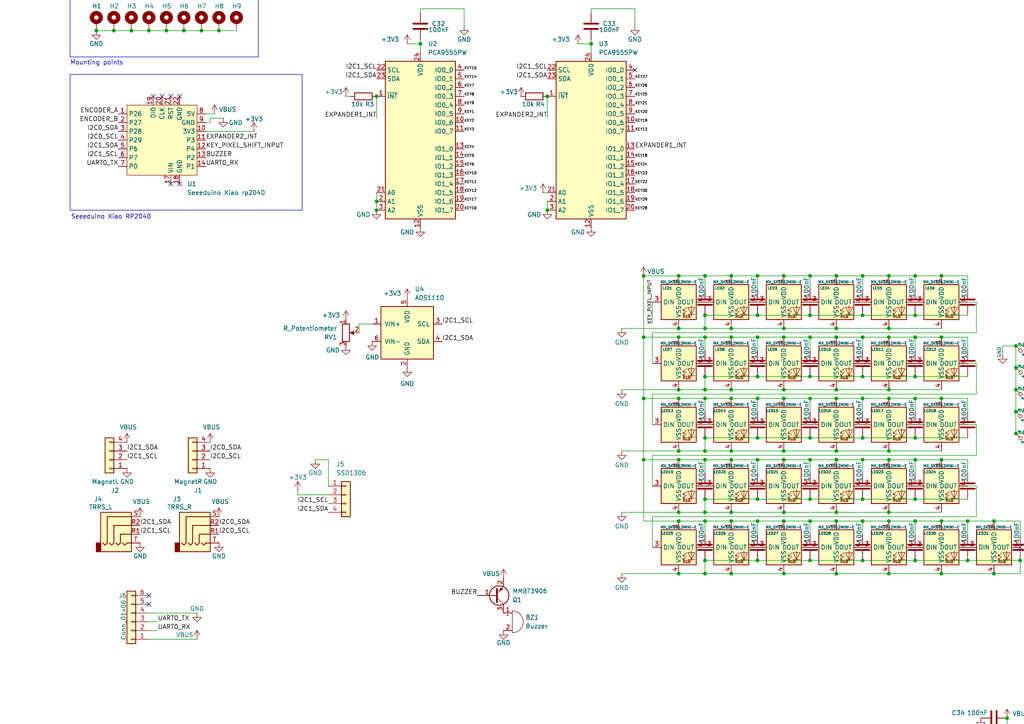
<source format=kicad_sch>
(kicad_sch (version 20231120) (generator "eeschema") (generator_version "8.0")
  (paper "A4")
  (title_block (title "The Slab Keyboard - Right Module") (date "2024-10-16") (company "Edward Hesketh"))
  (junction (at 227.33 148.59))
  (junction (at 48.26 8.89))
  (junction (at 212.09 151.13))
  (junction (at 38.1 8.89))
  (junction (at 314.96 100.33))
  (junction (at 27.94 8.89))
  (junction (at 196.85 115.57))
  (junction (at 109.22 58.42))
  (junction (at 309.88 119.38))
  (junction (at 186.69 97.79))
  (junction (at 250.19 133.35))
  (junction (at 186.69 80.01))
  (junction (at 212.09 95.25))
  (junction (at 299.72 106.68))
  (junction (at 204.47 95.25))
  (junction (at 204.47 148.59))
  (junction (at 304.8 113.03))
  (junction (at 204.47 166.37))
  (junction (at 242.57 166.37))
  (junction (at 288.29 166.37))
  (junction (at 219.71 127))
  (junction (at 309.88 125.73))
  (junction (at 280.67 151.13))
  (junction (at 219.71 109.22))
  (junction (at 219.71 133.35))
  (junction (at 265.43 127))
  (junction (at 196.85 80.01))
  (junction (at 299.72 100.33))
  (junction (at 204.47 130.81))
  (junction (at 265.43 97.79))
  (junction (at 265.43 109.22))
  (junction (at 212.09 97.79))
  (junction (at 242.57 151.13))
  (junction (at 273.05 115.57))
  (junction (at 109.22 27.94))
  (junction (at 196.85 97.79))
  (junction (at 219.71 91.44))
  (junction (at 219.71 115.57))
  (junction (at 250.19 97.79))
  (junction (at 242.57 97.79))
  (junction (at 53.34 8.89))
  (junction (at 204.47 97.79))
  (junction (at 196.85 130.81))
  (junction (at 257.81 133.35))
  (junction (at 294.64 113.03))
  (junction (at 242.57 130.81))
  (junction (at 314.96 113.03))
  (junction (at 204.47 91.44))
  (junction (at 43.18 8.89))
  (junction (at 265.43 115.57))
  (junction (at 309.88 106.68))
  (junction (at 234.95 144.78))
  (junction (at 295.91 162.56))
  (junction (at 265.43 162.56))
  (junction (at 58.42 8.89))
  (junction (at 250.19 91.44))
  (junction (at 242.57 115.57))
  (junction (at 234.95 151.13))
  (junction (at 204.47 133.35))
  (junction (at 227.33 130.81))
  (junction (at 280.67 162.56))
  (junction (at 227.33 115.57))
  (junction (at 257.81 95.25))
  (junction (at 273.05 133.35))
  (junction (at 314.96 125.73))
  (junction (at 212.09 115.57))
  (junction (at 304.8 125.73))
  (junction (at 250.19 109.22))
  (junction (at 196.85 148.59))
  (junction (at 304.8 119.38))
  (junction (at 304.8 100.33))
  (junction (at 294.64 106.68))
  (junction (at 234.95 80.01))
  (junction (at 212.09 148.59))
  (junction (at 212.09 113.03))
  (junction (at 273.05 166.37))
  (junction (at 227.33 80.01))
  (junction (at 227.33 97.79))
  (junction (at 196.85 133.35))
  (junction (at 219.71 144.78))
  (junction (at 219.71 151.13))
  (junction (at 257.81 151.13))
  (junction (at 171.45 12.7))
  (junction (at 257.81 97.79))
  (junction (at 219.71 162.56))
  (junction (at 273.05 151.13))
  (junction (at 219.71 97.79))
  (junction (at 288.29 151.13))
  (junction (at 257.81 130.81))
  (junction (at 299.72 113.03))
  (junction (at 204.47 127))
  (junction (at 234.95 109.22))
  (junction (at 227.33 133.35))
  (junction (at 250.19 162.56))
  (junction (at 212.09 80.01))
  (junction (at 257.81 80.01))
  (junction (at 196.85 95.25))
  (junction (at 257.81 113.03))
  (junction (at 265.43 80.01))
  (junction (at 227.33 113.03))
  (junction (at 242.57 95.25))
  (junction (at 250.19 80.01))
  (junction (at 63.5 8.89))
  (junction (at 204.47 113.03))
  (junction (at 204.47 115.57))
  (junction (at 227.33 166.37))
  (junction (at 212.09 130.81))
  (junction (at 33.02 8.89))
  (junction (at 273.05 80.01))
  (junction (at 204.47 80.01))
  (junction (at 265.43 91.44))
  (junction (at 294.64 100.33))
  (junction (at 204.47 109.22))
  (junction (at 257.81 166.37))
  (junction (at 242.57 133.35))
  (junction (at 196.85 166.37))
  (junction (at 265.43 151.13))
  (junction (at 212.09 166.37))
  (junction (at 196.85 113.03))
  (junction (at 186.69 133.35))
  (junction (at 265.43 133.35))
  (junction (at 257.81 148.59))
  (junction (at 242.57 80.01))
  (junction (at 158.75 27.94))
  (junction (at 109.22 60.96))
  (junction (at 204.47 162.56))
  (junction (at 212.09 133.35))
  (junction (at 172.72 231.14))
  (junction (at 242.57 148.59))
  (junction (at 250.19 115.57))
  (junction (at 196.85 151.13))
  (junction (at 234.95 115.57))
  (junction (at 158.75 60.96))
  (junction (at 250.19 144.78))
  (junction (at 299.72 125.73))
  (junction (at 314.96 106.68))
  (junction (at 304.8 106.68))
  (junction (at 204.47 151.13))
  (junction (at 292.1 208.28))
  (junction (at 314.96 119.38))
  (junction (at 250.19 151.13))
  (junction (at 227.33 151.13))
  (junction (at 273.05 97.79))
  (junction (at 309.88 100.33))
  (junction (at 234.95 133.35))
  (junction (at 234.95 91.44))
  (junction (at 234.95 162.56))
  (junction (at 294.64 119.38))
  (junction (at 299.72 119.38))
  (junction (at 234.95 97.79))
  (junction (at 294.64 125.73))
  (junction (at 242.57 113.03))
  (junction (at 234.95 127))
  (junction (at 309.88 113.03))
  (junction (at 257.81 115.57))
  (junction (at 204.47 144.78))
  (junction (at 227.33 95.25))
  (junction (at 219.71 80.01))
  (junction (at 186.69 115.57))
  (junction (at 250.19 127))
  (junction (at 265.43 144.78))
  (junction (at 121.92 12.7))
  (no_connect (at 46.99 27.94))
  (no_connect (at 52.07 53.34))
  (no_connect (at 44.45 27.94))
  (no_connect (at 184.15 20.32))
  (no_connect (at 260.35 226.06))
  (no_connect (at 52.07 27.94))
  (no_connect (at 292.1 226.06))
  (no_connect (at 292.1 220.98))
  (no_connect (at 292.1 231.14))
  (no_connect (at 43.18 172.72))
  (no_connect (at 49.53 27.94))
  (no_connect (at 295.91 158.75))
  (no_connect (at 292.1 223.52))
  (no_connect (at 49.53 53.34))
  (no_connect (at 260.35 231.14))
  (no_connect (at 292.1 228.6))
  (no_connect (at 43.18 175.26))
  (no_connect (at 260.35 228.6))
  (no_connect (at 292.1 233.68))
  (wire (pts (xy 184.15 2.54) (xy 184.15 7.62)))
  (wire (pts (xy 265.43 109.22) (xy 280.67 109.22)))
  (wire (pts (xy 180.34 95.25) (xy 196.85 95.25)))
  (wire (pts (xy 280.67 115.57) (xy 273.05 115.57)))
  (wire (pts (xy 86.36 143.51) (xy 86.36 142.24)))
  (wire (pts (xy 299.72 106.68) (xy 304.8 106.68)))
  (wire (pts (xy 283.21 87.63) (xy 283.21 96.52)))
  (wire (pts (xy 294.64 100.33) (xy 290.83 100.33)))
  (wire (pts (xy 280.67 162.56) (xy 295.91 162.56)))
  (wire (pts (xy 260.35 218.44) (xy 260.35 213.36)))
  (wire (pts (xy 219.71 151.13) (xy 227.33 151.13)))
  (wire (pts (xy 295.91 151.13) (xy 288.29 151.13)))
  (wire (pts (xy 189.23 96.52) (xy 189.23 105.41)))
  (wire (pts (xy 167.64 12.7) (xy 171.45 12.7)))
  (wire (pts (xy 43.18 8.89) (xy 48.26 8.89)))
  (wire (pts (xy 311.15 111.76) (xy 309.88 111.76)))
  (wire (pts (xy 280.67 151.13) (xy 273.05 151.13)))
  (wire (pts (xy 186.69 115.57) (xy 186.69 133.35)))
  (wire (pts (xy 326.39 124.46) (xy 325.12 124.46)))
  (wire (pts (xy 196.85 95.25) (xy 204.47 95.25)))
  (wire (pts (xy 219.71 144.78) (xy 234.95 144.78)))
  (wire (pts (xy 38.1 8.89) (xy 43.18 8.89)))
  (wire (pts (xy 234.95 133.35) (xy 227.33 133.35)))
  (wire (pts (xy 280.67 154.94) (xy 280.67 151.13)))
  (wire (pts (xy 204.47 154.94) (xy 204.47 151.13)))
  (wire (pts (xy 27.94 8.89) (xy 33.02 8.89)))
  (wire (pts (xy 280.67 119.38) (xy 280.67 115.57)))
  (wire (pts (xy 250.19 115.57) (xy 257.81 115.57)))
  (wire (pts (xy 280.67 123.19) (xy 283.21 123.19)))
  (wire (pts (xy 283.21 140.97) (xy 283.21 149.86)))
  (wire (pts (xy 219.71 80.01) (xy 227.33 80.01)))
  (wire (pts (xy 294.64 106.68) (xy 299.72 106.68)))
  (wire (pts (xy 283.21 96.52) (xy 189.23 96.52)))
  (wire (pts (xy 204.47 151.13) (xy 212.09 151.13)))
  (wire (pts (xy 265.43 151.13) (xy 273.05 151.13)))
  (wire (pts (xy 234.95 162.56) (xy 250.19 162.56)))
  (wire (pts (xy 219.71 83.82) (xy 219.71 80.01)))
  (wire (pts (xy 265.43 97.79) (xy 273.05 97.79)))
  (wire (pts (xy 280.67 151.13) (xy 288.29 151.13)))
  (wire (pts (xy 204.47 130.81) (xy 212.09 130.81)))
  (wire (pts (xy 234.95 97.79) (xy 242.57 97.79)))
  (wire (pts (xy 283.21 123.19) (xy 283.21 132.08)))
  (wire (pts (xy 300.99 130.81) (xy 299.72 130.81)))
  (wire (pts (xy 257.81 113.03) (xy 273.05 113.03)))
  (wire (pts (xy 60.96 34.29) (xy 60.96 35.56)))
  (wire (pts (xy 58.42 8.89) (xy 63.5 8.89)))
  (wire (pts (xy 109.22 27.94) (xy 109.22 34.29)))
  (wire (pts (xy 292.1 208.28) (xy 292.1 218.44)))
  (wire (pts (xy 295.91 162.56) (xy 295.91 166.37)))
  (wire (pts (xy 186.69 80.01) (xy 186.69 97.79)))
  (wire (pts (xy 45.72 182.88) (xy 43.18 182.88)))
  (wire (pts (xy 265.43 151.13) (xy 257.81 151.13)))
  (wire (pts (xy 290.83 100.33) (xy 290.83 102.87)))
  (wire (pts (xy 33.02 8.89) (xy 38.1 8.89)))
  (wire (pts (xy 219.71 101.6) (xy 219.71 97.79)))
  (wire (pts (xy 180.34 166.37) (xy 196.85 166.37)))
  (wire (pts (xy 186.69 115.57) (xy 196.85 115.57)))
  (wire (pts (xy 219.71 109.22) (xy 234.95 109.22)))
  (wire (pts (xy 309.88 113.03) (xy 314.96 113.03)))
  (wire (pts (xy 294.64 106.68) (xy 294.64 113.03)))
  (wire (pts (xy 212.09 148.59) (xy 227.33 148.59)))
  (wire (pts (xy 234.95 115.57) (xy 242.57 115.57)))
  (wire (pts (xy 234.95 97.79) (xy 227.33 97.79)))
  (wire (pts (xy 306.07 118.11) (xy 304.8 118.11)))
  (wire (pts (xy 311.15 124.46) (xy 309.88 124.46)))
  (wire (pts (xy 171.45 2.54) (xy 184.15 2.54)))
  (wire (pts (xy 309.88 119.38) (xy 314.96 119.38)))
  (wire (pts (xy 186.69 97.79) (xy 186.69 115.57)))
  (wire (pts (xy 234.95 154.94) (xy 234.95 151.13)))
  (wire (pts (xy 250.19 101.6) (xy 250.19 97.79)))
  (wire (pts (xy 306.07 124.46) (xy 304.8 124.46)))
  (wire (pts (xy 234.95 137.16) (xy 234.95 133.35)))
  (wire (pts (xy 118.11 12.7) (xy 121.92 12.7)))
  (wire (pts (xy 237.49 220.98) (xy 260.35 220.98)))
  (wire (pts (xy 294.64 119.38) (xy 294.64 125.73)))
  (wire (pts (xy 204.47 127) (xy 219.71 127)))
  (wire (pts (xy 204.47 119.38) (xy 204.47 115.57)))
  (wire (pts (xy 280.67 133.35) (xy 273.05 133.35)))
  (wire (pts (xy 250.19 80.01) (xy 257.81 80.01)))
  (wire (pts (xy 280.67 83.82) (xy 280.67 80.01)))
  (wire (pts (xy 295.91 166.37) (xy 288.29 166.37)))
  (wire (pts (xy 158.75 58.42) (xy 158.75 60.96)))
  (wire (pts (xy 265.43 154.94) (xy 265.43 151.13)))
  (wire (pts (xy 304.8 125.73) (xy 309.88 125.73)))
  (wire (pts (xy 219.71 115.57) (xy 227.33 115.57)))
  (wire (pts (xy 204.47 127) (xy 204.47 130.81)))
  (wire (pts (xy 219.71 119.38) (xy 219.71 115.57)))
  (wire (pts (xy 234.95 80.01) (xy 242.57 80.01)))
  (wire (pts (xy 234.95 133.35) (xy 242.57 133.35)))
  (wire (pts (xy 283.21 149.86) (xy 189.23 149.86)))
  (wire (pts (xy 204.47 151.13) (xy 196.85 151.13)))
  (wire (pts (xy 189.23 93.98) (xy 189.23 87.63)))
  (wire (pts (xy 265.43 80.01) (xy 257.81 80.01)))
  (wire (pts (xy 242.57 130.81) (xy 257.81 130.81)))
  (wire (pts (xy 265.43 119.38) (xy 265.43 115.57)))
  (wire (pts (xy 189.23 149.86) (xy 189.23 158.75)))
  (wire (pts (xy 321.31 111.76) (xy 320.04 111.76)))
  (wire (pts (xy 204.47 133.35) (xy 212.09 133.35)))
  (wire (pts (xy 100.33 27.94) (xy 101.6 27.94)))
  (wire (pts (xy 265.43 97.79) (xy 257.81 97.79)))
  (wire (pts (xy 294.64 125.73) (xy 299.72 125.73)))
  (wire (pts (xy 204.47 109.22) (xy 219.71 109.22)))
  (wire (pts (xy 204.47 97.79) (xy 212.09 97.79)))
  (wire (pts (xy 250.19 137.16) (xy 250.19 133.35)))
  (wire (pts (xy 227.33 113.03) (xy 242.57 113.03)))
  (wire (pts (xy 107.95 93.98) (xy 104.14 93.98)))
  (wire (pts (xy 280.67 140.97) (xy 283.21 140.97)))
  (wire (pts (xy 204.47 162.56) (xy 219.71 162.56)))
  (wire (pts (xy 204.47 162.56) (xy 204.47 166.37)))
  (wire (pts (xy 242.57 166.37) (xy 257.81 166.37)))
  (wire (pts (xy 265.43 127) (xy 280.67 127)))
  (wire (pts (xy 234.95 115.57) (xy 227.33 115.57)))
  (wire (pts (xy 250.19 97.79) (xy 257.81 97.79)))
  (wire (pts (xy 265.43 83.82) (xy 265.43 80.01)))
  (wire (pts (xy 219.71 154.94) (xy 219.71 151.13)))
  (wire (pts (xy 250.19 119.38) (xy 250.19 115.57)))
  (wire (pts (xy 212.09 95.25) (xy 227.33 95.25)))
  (wire (pts (xy 242.57 95.25) (xy 257.81 95.25)))
  (wire (pts (xy 314.96 100.33) (xy 320.04 100.33)))
  (wire (pts (xy 48.26 8.89) (xy 53.34 8.89)))
  (wire (pts (xy 314.96 119.38) (xy 320.04 119.38)))
  (wire (pts (xy 283.21 132.08) (xy 189.23 132.08)))
  (wire (pts (xy 234.95 91.44) (xy 250.19 91.44)))
  (wire (pts (xy 204.47 80.01) (xy 212.09 80.01)))
  (wire (pts (xy 163.83 234.95) (xy 165.1 234.95)))
  (wire (pts (xy 280.67 80.01) (xy 273.05 80.01)))
  (wire (pts (xy 265.43 144.78) (xy 280.67 144.78)))
  (wire (pts (xy 242.57 113.03) (xy 257.81 113.03)))
  (wire (pts (xy 309.88 106.68) (xy 314.96 106.68)))
  (wire (pts (xy 121.92 2.54) (xy 121.92 3.81)))
  (wire (pts (xy 204.47 109.22) (xy 204.47 113.03)))
  (wire (pts (xy 196.85 166.37) (xy 204.47 166.37)))
  (wire (pts (xy 204.47 148.59) (xy 212.09 148.59)))
  (wire (pts (xy 219.71 162.56) (xy 234.95 162.56)))
  (wire (pts (xy 180.34 130.81) (xy 196.85 130.81)))
  (wire (pts (xy 171.45 12.7) (xy 171.45 15.24)))
  (wire (pts (xy 250.19 127) (xy 265.43 127)))
  (wire (pts (xy 219.71 97.79) (xy 212.09 97.79)))
  (wire (pts (xy 250.19 133.35) (xy 242.57 133.35)))
  (wire (pts (xy 53.34 8.89) (xy 58.42 8.89)))
  (wire (pts (xy 316.23 158.75) (xy 302.26 158.75)))
  (wire (pts (xy 316.23 105.41) (xy 314.96 105.41)))
  (wire (pts (xy 265.43 115.57) (xy 273.05 115.57)))
  (wire (pts (xy 250.19 154.94) (xy 250.19 151.13)))
  (wire (pts (xy 180.34 148.59) (xy 196.85 148.59)))
  (wire (pts (xy 189.23 114.3) (xy 189.23 123.19)))
  (wire (pts (xy 186.69 97.79) (xy 196.85 97.79)))
  (wire (pts (xy 212.09 130.81) (xy 227.33 130.81)))
  (wire (pts (xy 283.21 105.41) (xy 283.21 114.3)))
  (wire (pts (xy 300.99 111.76) (xy 299.72 111.76)))
  (wire (pts (xy 219.71 80.01) (xy 212.09 80.01)))
  (wire (pts (xy 311.15 105.41) (xy 309.88 105.41)))
  (wire (pts (xy 326.39 130.81) (xy 325.12 130.81)))
  (wire (pts (xy 299.72 100.33) (xy 304.8 100.33)))
  (wire (pts (xy 304.8 100.33) (xy 309.88 100.33)))
  (wire (pts (xy 234.95 144.78) (xy 250.19 144.78)))
  (wire (pts (xy 227.33 130.81) (xy 242.57 130.81)))
  (wire (pts (xy 204.47 91.44) (xy 204.47 95.25)))
  (wire (pts (xy 304.8 113.03) (xy 309.88 113.03)))
  (wire (pts (xy 219.71 133.35) (xy 227.33 133.35)))
  (wire (pts (xy 234.95 101.6) (xy 234.95 97.79)))
  (wire (pts (xy 280.67 101.6) (xy 280.67 97.79)))
  (wire (pts (xy 121.92 12.7) (xy 121.92 15.24)))
  (wire (pts (xy 109.22 58.42) (xy 109.22 60.96)))
  (wire (pts (xy 294.64 100.33) (xy 294.64 106.68)))
  (wire (pts (xy 204.47 83.82) (xy 204.47 80.01)))
  (wire (pts (xy 234.95 151.13) (xy 227.33 151.13)))
  (wire (pts (xy 250.19 83.82) (xy 250.19 80.01)))
  (wire (pts (xy 227.33 148.59) (xy 242.57 148.59)))
  (wire (pts (xy 300.99 124.46) (xy 299.72 124.46)))
  (wire (pts (xy 273.05 166.37) (xy 288.29 166.37)))
  (wire (pts (xy 57.15 185.42) (xy 43.18 185.42)))
  (wire (pts (xy 309.88 100.33) (xy 314.96 100.33)))
  (wire (pts (xy 204.47 113.03) (xy 212.09 113.03)))
  (wire (pts (xy 250.19 109.22) (xy 265.43 109.22)))
  (wire (pts (xy 227.33 95.25) (xy 242.57 95.25)))
  (wire (pts (xy 280.67 97.79) (xy 273.05 97.79)))
  (wire (pts (xy 295.91 154.94) (xy 295.91 151.13)))
  (wire (pts (xy 316.23 118.11) (xy 314.96 118.11)))
  (wire (pts (xy 294.64 100.33) (xy 299.72 100.33)))
  (wire (pts (xy 204.47 144.78) (xy 219.71 144.78)))
  (wire (pts (xy 121.92 11.43) (xy 121.92 12.7)))
  (wire (pts (xy 300.99 118.11) (xy 299.72 118.11)))
  (wire (pts (xy 257.81 148.59) (xy 273.05 148.59)))
  (wire (pts (xy 265.43 162.56) (xy 280.67 162.56)))
  (wire (pts (xy 265.43 91.44) (xy 280.67 91.44)))
  (wire (pts (xy 95.25 133.35) (xy 95.25 140.97)))
  (wire (pts (xy 265.43 133.35) (xy 257.81 133.35)))
  (wire (pts (xy 283.21 114.3) (xy 189.23 114.3)))
  (wire (pts (xy 316.23 130.81) (xy 314.96 130.81)))
  (wire (pts (xy 109.22 55.88) (xy 109.22 58.42)))
  (wire (pts (xy 219.71 151.13) (xy 212.09 151.13)))
  (wire (pts (xy 196.85 113.03) (xy 204.47 113.03)))
  (wire (pts (xy 280.67 105.41) (xy 283.21 105.41)))
  (wire (pts (xy 204.47 80.01) (xy 196.85 80.01)))
  (wire (pts (xy 306.07 105.41) (xy 304.8 105.41)))
  (wire (pts (xy 196.85 130.81) (xy 204.47 130.81)))
  (wire (pts (xy 304.8 119.38) (xy 309.88 119.38)))
  (wire (pts (xy 171.45 2.54) (xy 171.45 3.81)))
  (wire (pts (xy 250.19 115.57) (xy 242.57 115.57)))
  (wire (pts (xy 186.69 151.13) (xy 196.85 151.13)))
  (wire (pts (xy 219.71 137.16) (xy 219.71 133.35)))
  (wire (pts (xy 265.43 80.01) (xy 273.05 80.01)))
  (wire (pts (xy 219.71 91.44) (xy 234.95 91.44)))
  (wire (pts (xy 219.71 127) (xy 234.95 127)))
  (wire (pts (xy 314.96 113.03) (xy 320.04 113.03)))
  (wire (pts (xy 242.57 148.59) (xy 257.81 148.59)))
  (wire (pts (xy 219.71 115.57) (xy 212.09 115.57)))
  (wire (pts (xy 227.33 166.37) (xy 242.57 166.37)))
  (wire (pts (xy 180.34 113.03) (xy 196.85 113.03)))
  (wire (pts (xy 234.95 151.13) (xy 242.57 151.13)))
  (wire (pts (xy 326.39 118.11) (xy 325.12 118.11)))
  (wire (pts (xy 280.67 87.63) (xy 283.21 87.63)))
  (wire (pts (xy 157.48 55.88) (xy 158.75 55.88)))
  (wire (pts (xy 321.31 124.46) (xy 320.04 124.46)))
  (wire (pts (xy 250.19 144.78) (xy 265.43 144.78)))
  (wire (pts (xy 43.18 177.8) (xy 57.15 177.8)))
  (wire (pts (xy 219.71 133.35) (xy 212.09 133.35)))
  (wire (pts (xy 326.39 105.41) (xy 325.12 105.41)))
  (wire (pts (xy 250.19 151.13) (xy 257.81 151.13)))
  (wire (pts (xy 60.96 34.29) (xy 64.77 34.29)))
  (wire (pts (xy 204.47 166.37) (xy 212.09 166.37)))
  (wire (pts (xy 265.43 101.6) (xy 265.43 97.79)))
  (wire (pts (xy 95.25 143.51) (xy 86.36 143.51)))
  (wire (pts (xy 321.31 118.11) (xy 320.04 118.11)))
  (wire (pts (xy 250.19 162.56) (xy 265.43 162.56)))
  (wire (pts (xy 104.14 93.98) (xy 104.14 96.52)))
  (wire (pts (xy 300.99 105.41) (xy 299.72 105.41)))
  (wire (pts (xy 204.47 95.25) (xy 212.09 95.25)))
  (wire (pts (xy 62.23 33.02) (xy 59.69 33.02)))
  (wire (pts (xy 306.07 130.81) (xy 304.8 130.81)))
  (wire (pts (xy 311.15 118.11) (xy 309.88 118.11)))
  (wire (pts (xy 60.96 35.56) (xy 59.69 35.56)))
  (wire (pts (xy 321.31 105.41) (xy 320.04 105.41)))
  (wire (pts (xy 316.23 111.76) (xy 314.96 111.76)))
  (wire (pts (xy 204.47 101.6) (xy 204.47 97.79)))
  (wire (pts (xy 257.81 166.37) (xy 273.05 166.37)))
  (wire (pts (xy 265.43 115.57) (xy 257.81 115.57)))
  (wire (pts (xy 294.64 113.03) (xy 299.72 113.03)))
  (wire (pts (xy 134.62 2.54) (xy 134.62 7.62)))
  (wire (pts (xy 189.23 132.08) (xy 189.23 140.97)))
  (wire (pts (xy 316.23 124.46) (xy 314.96 124.46)))
  (wire (pts (xy 73.66 38.1) (xy 59.69 38.1)))
  (wire (pts (xy 121.92 2.54) (xy 134.62 2.54)))
  (wire (pts (xy 204.47 91.44) (xy 219.71 91.44)))
  (wire (pts (xy 314.96 106.68) (xy 320.04 106.68)))
  (wire (pts (xy 171.45 11.43) (xy 171.45 12.7)))
  (wire (pts (xy 280.67 137.16) (xy 280.67 133.35)))
  (wire (pts (xy 95.25 133.35) (xy 91.44 133.35)))
  (wire (pts (xy 250.19 151.13) (xy 242.57 151.13)))
  (wire (pts (xy 172.72 231.14) (xy 172.72 234.95)))
  (wire (pts (xy 299.72 125.73) (xy 304.8 125.73)))
  (wire (pts (xy 306.07 111.76) (xy 304.8 111.76)))
  (wire (pts (xy 314.96 125.73) (xy 320.04 125.73)))
  (wire (pts (xy 212.09 113.03) (xy 227.33 113.03)))
  (wire (pts (xy 163.83 231.14) (xy 165.1 231.14)))
  (wire (pts (xy 294.64 119.38) (xy 299.72 119.38)))
  (wire (pts (xy 234.95 127) (xy 250.19 127)))
  (wire (pts (xy 243.84 223.52) (xy 260.35 223.52)))
  (wire (pts (xy 265.43 137.16) (xy 265.43 133.35)))
  (wire (pts (xy 212.09 166.37) (xy 227.33 166.37)))
  (wire (pts (xy 302.26 158.75) (xy 302.26 160.02)))
  (wire (pts (xy 234.95 80.01) (xy 227.33 80.01)))
  (wire (pts (xy 321.31 130.81) (xy 320.04 130.81)))
  (wire (pts (xy 257.81 95.25) (xy 273.05 95.25)))
  (wire (pts (xy 265.43 133.35) (xy 273.05 133.35)))
  (wire (pts (xy 158.75 27.94) (xy 158.75 34.29)))
  (wire (pts (xy 257.81 130.81) (xy 273.05 130.81)))
  (wire (pts (xy 186.69 133.35) (xy 186.69 151.13)))
  (wire (pts (xy 309.88 125.73) (xy 314.96 125.73)))
  (wire (pts (xy 311.15 130.81) (xy 309.88 130.81)))
  (wire (pts (xy 204.47 115.57) (xy 196.85 115.57)))
  (wire (pts (xy 196.85 148.59) (xy 204.47 148.59)))
  (wire (pts (xy 234.95 119.38) (xy 234.95 115.57)))
  (wire (pts (xy 63.5 8.89) (xy 68.58 8.89)))
  (wire (pts (xy 204.47 133.35) (xy 196.85 133.35)))
  (wire (pts (xy 250.19 80.01) (xy 242.57 80.01)))
  (wire (pts (xy 299.72 113.03) (xy 304.8 113.03)))
  (wire (pts (xy 250.19 91.44) (xy 265.43 91.44)))
  (wire (pts (xy 294.64 113.03) (xy 294.64 119.38)))
  (wire (pts (xy 204.47 115.57) (xy 212.09 115.57)))
  (wire (pts (xy 326.39 111.76) (xy 325.12 111.76)))
  (wire (pts (xy 250.19 133.35) (xy 257.81 133.35)))
  (wire (pts (xy 299.72 119.38) (xy 304.8 119.38)))
  (wire (pts (xy 186.69 133.35) (xy 196.85 133.35)))
  (wire (pts (xy 204.47 97.79) (xy 196.85 97.79)))
  (wire (pts (xy 45.72 180.34) (xy 43.18 180.34)))
  (wire (pts (xy 219.71 97.79) (xy 227.33 97.79)))
  (wire (pts (xy 186.69 80.01) (xy 196.85 80.01)))
  (wire (pts (xy 204.47 144.78) (xy 204.47 148.59)))
  (wire (pts (xy 204.47 137.16) (xy 204.47 133.35)))
  (wire (pts (xy 175.26 231.14) (xy 172.72 231.14)))
  (wire (pts (xy 260.35 213.36) (xy 257.81 213.36)))
  (wire (pts (xy 250.19 97.79) (xy 242.57 97.79)))
  (wire (pts (xy 234.95 109.22) (xy 250.19 109.22)))
  (wire (pts (xy 304.8 106.68) (xy 309.88 106.68)))
  (wire (pts (xy 234.95 83.82) (xy 234.95 80.01)))
  (rectangle (start 20.32 21.59) (end 87.63 60.96))
  (rectangle (start 20.32 -2.54) (end 74.93 16.51))
  (text "Mounting points" (at 20.32 18.288 0) (effects (font (size 1.27 1.27)) (justify left)))
  (text "Seeeduino Xiao RP2040" (at 20.574 62.992 0) (effects (font (size 1.27 1.27)) (justify left)))
  (label "I2C1_SCL" (at 34.29 45.72 180))
  (label "KEY3" (at 134.62 38.1 0) (effects (font (size 0.75 0.75))))
  (label "UART0_TX" (at 45.72 180.34 0))
  (label "KEY7" (at 300.99 111.76 90) (effects (font (size 0.75 0.75))))
  (label "KEY1" (at 300.99 105.41 90) (effects (font (size 0.75 0.75))))
  (label "I2C1_SDA" (at 40.64 152.4 0))
  (label "KEY9" (at 134.62 30.48 0) (effects (font (size 0.75 0.75))))
  (label "KEY22" (at 316.23 124.46 90) (effects (font (size 0.75 0.75))))
  (label "UART0_TX" (at 34.29 48.26 180))
  (label "KEY26" (at 184.15 25.4 0) (effects (font (size 0.75 0.75))))
  (label "KEY17" (at 134.62 58.42 0) (effects (font (size 0.75 0.75))))
  (label "KEY27" (at 311.15 130.81 90) (effects (font (size 0.75 0.75))))
  (label "KEY28" (at 316.23 130.81 90) (effects (font (size 0.75 0.75))))
  (label "KEY25" (at 184.15 27.94 0) (effects (font (size 0.75 0.75))))
  (label "KEY6" (at 134.62 48.26 0) (effects (font (size 0.75 0.75))))
  (label "KEY5" (at 321.31 105.41 90) (effects (font (size 0.75 0.75))))
  (label "I2C1_SDA" (at 109.22 22.86 180))
  (label "KEY16" (at 316.23 118.11 90) (effects (font (size 0.75 0.75))))
  (label "KEY29" (at 321.31 130.81 90) (effects (font (size 0.75 0.75))))
  (label "EXPANDER2_INT" (at 59.69 40.64 0))
  (label "I2C1_SDA" (at 158.75 22.86 180))
  (label "KEY20" (at 306.07 124.46 90) (effects (font (size 0.75 0.75))))
  (label "KEY15" (at 134.62 20.32 0) (effects (font (size 0.75 0.75))))
  (label "KEY25" (at 300.99 130.81 90) (effects (font (size 0.75 0.75))))
  (label "EXPANDER1_INT" (at 109.22 34.29 180))
  (label "KEY13" (at 184.15 38.1 0) (effects (font (size 0.75 0.75))))
  (label "UART0_RX" (at 45.72 182.88 0))
  (label "KEY2" (at 306.07 105.41 90) (effects (font (size 0.75 0.75))))
  (label "UART0_RX" (at 59.69 48.26 0))
  (label "KEY30" (at 184.15 55.88 0) (effects (font (size 0.75 0.75))))
  (label "I2C1_SDA" (at 36.83 130.81 0))
  (label "EXPANDER2_INT" (at 158.75 34.29 180))
  (label "I2C0_SDA" (at 34.29 38.1 180))
  (label "I2C1_SDA" (at 95.25 148.59 180))
  (label "I2C1_SCL" (at 36.83 133.35 0))
  (label "BUZZER" (at 59.69 45.72 0))
  (label "KEY8" (at 306.07 111.76 90) (effects (font (size 0.75 0.75))))
  (label "I2C1_SCL" (at 128.27 93.98 0))
  (label "KEY11" (at 134.62 53.34 0) (effects (font (size 0.75 0.75))))
  (label "KEY24" (at 326.39 124.46 90) (effects (font (size 0.75 0.75))))
  (label "I2C0_SCL" (at 34.29 40.64 180))
  (label "KEY4" (at 316.23 105.41 90) (effects (font (size 0.75 0.75))))
  (label "KEY30" (at 326.39 130.81 90) (effects (font (size 0.75 0.75))))
  (label "KEY3" (at 311.15 105.41 90) (effects (font (size 0.75 0.75))))
  (label "KEY_PIXEL_SHIFT_INPUT" (at 260.35 220.98 180))
  (label "I2C1_SCL" (at 158.75 20.32 180))
  (label "KEY5" (at 134.62 45.72 0) (effects (font (size 0.75 0.75))))
  (label "ENCODER_B" (at 316.23 161.29 180))
  (label "ENCODER_A" (at 316.23 156.21 180))
  (label "I2C1_SCL" (at 109.22 20.32 180))
  (label "I2C1_SCL" (at 163.83 234.95 180))
  (label "I2C0_SDA" (at 63.5 152.4 0))
  (label "KEY9" (at 311.15 111.76 90) (effects (font (size 0.75 0.75))))
  (label "I2C1_SDA" (at 163.83 231.14 180))
  (label "KEY20" (at 184.15 33.02 0) (effects (font (size 0.75 0.75))))
  (label "KEY_PIXEL_SHIFT_INPUT" (at 59.69 43.18 0))
  (label "KEY19" (at 184.15 35.56 0) (effects (font (size 0.75 0.75))))
  (label "KEY18" (at 184.15 45.72 0) (effects (font (size 0.75 0.75))))
  (label "KEY18" (at 326.39 118.11 90) (effects (font (size 0.75 0.75))))
  (label "I2C1_SCL" (at 95.25 146.05 180))
  (label "I2C1_SCL" (at 40.64 154.94 0))
  (label "I2C0_SDA" (at 60.96 130.81 0))
  (label "KEY29" (at 184.15 58.42 0) (effects (font (size 0.75 0.75))))
  (label "KEY4" (at 134.62 43.18 0) (effects (font (size 0.75 0.75))))
  (label "KEY22" (at 184.15 53.34 0) (effects (font (size 0.75 0.75))))
  (label "KEY17" (at 321.31 118.11 90) (effects (font (size 0.75 0.75))))
  (label "KEY10" (at 134.62 50.8 0) (effects (font (size 0.75 0.75))))
  (label "KEY12" (at 326.39 111.76 90) (effects (font (size 0.75 0.75))))
  (label "KEY21" (at 311.15 124.46 90) (effects (font (size 0.75 0.75))))
  (label "KEY11" (at 321.31 111.76 90) (effects (font (size 0.75 0.75))))
  (label "KEY7" (at 134.62 25.4 0) (effects (font (size 0.75 0.75))))
  (label "KEY23" (at 321.31 124.46 90) (effects (font (size 0.75 0.75))))
  (label "KEY2" (at 134.62 35.56 0) (effects (font (size 0.75 0.75))))
  (label "I2C0_SCL" (at 63.5 154.94 0))
  (label "KEY24" (at 184.15 48.26 0) (effects (font (size 0.75 0.75))))
  (label "KEY1" (at 134.62 33.02 0) (effects (font (size 0.75 0.75))))
  (label "EXPANDER1_INT" (at 184.15 43.18 0))
  (label "KEY28" (at 184.15 60.96 0) (effects (font (size 0.75 0.75))))
  (label "KEY19" (at 300.99 124.46 90) (effects (font (size 0.75 0.75))))
  (label "KEY8" (at 134.62 27.94 0) (effects (font (size 0.75 0.75))))
  (label "KEY21" (at 184.15 30.48 0) (effects (font (size 0.75 0.75))))
  (label "I2C1_SDA" (at 34.29 43.18 180))
  (label "KEY27" (at 184.15 22.86 0) (effects (font (size 0.75 0.75))))
  (label "I2C0_SCL" (at 60.96 133.35 0))
  (label "BUZZER" (at 138.43 172.72 180))
  (label "KEY10" (at 316.23 111.76 90) (effects (font (size 0.75 0.75))))
  (label "KEY14" (at 306.07 118.11 90) (effects (font (size 0.75 0.75))))
  (label "I2C1_SDA" (at 128.27 99.06 0))
  (label "KEY26" (at 306.07 130.81 90) (effects (font (size 0.75 0.75))))
  (label "ENCODER_B" (at 34.29 35.56 180))
  (label "KEY6" (at 326.39 105.41 90) (effects (font (size 0.75 0.75))))
  (label "KEY16" (at 134.62 60.96 0) (effects (font (size 0.75 0.75))))
  (label "KEY_PIXEL_INPUT" (at 189.23 93.98 90) (effects (font (size 1 1))))
  (label "KEY_PIXEL_INPUT" (at 260.35 223.52 180))
  (label "KEY14" (at 134.62 22.86 0) (effects (font (size 0.75 0.75))))
  (label "KEY15" (at 311.15 118.11 90) (effects (font (size 0.75 0.75))))
  (label "KEY12" (at 134.62 55.88 0) (effects (font (size 0.75 0.75))))
  (label "KEY23" (at 184.15 50.8 0) (effects (font (size 0.75 0.75))))
  (label "ENCODER_A" (at 34.29 33.02 180))
  (label "KEY13" (at 300.99 118.11 90) (effects (font (size 0.75 0.75))))
  (symbol (lib_id "power:GND") (at 36.83 135.89 0) (unit 1)
    (property "Reference" "#PWR029" (effects (hide yes)))
    (property "Value" "GND" (at 36.83 139.7 0))
  )
  (symbol (lib_id "Connector_Generic:Conn_01x04") (at 31.75 133.35 180) (unit 1)
    (property "Reference" "J2" (at 34.544 142.24 0) (effects (justify left)))
    (property "Value" "MagnetL" (at 34.544 139.7 0) (effects (justify left)))
    (property "Footprint" "CustomFootprints:5358_mag_connector_1x4_pins" (effects (hide yes)))
  )
  (symbol (lib_id "power:VBUS") (at 63.5 149.86 0) (unit 1)
    (property "Reference" "#PWR034" (effects (hide yes)))
    (property "Value" "VBUS" (at 63.881 145.4658 0))
  )
  (symbol (lib_id "Device:C") (at 280.67 87.63 180) (unit 1)
    (property "Reference" "C6" (effects (hide yes)))
    (property "Value" "100nF" (at 279.654 86.36 90) (effects (justify right)))
    (property "Footprint" "Capacitor_SMD:C_0603_1608Metric_Pad1.08x0.95mm_HandSolder" (effects (hide yes)))
    (property "Description" "Unpolarized capacitor" (effects (hide yes)))
  )
  (symbol (lib_id "Device:C") (at 250.19 105.41 180) (unit 1)
    (property "Reference" "C10" (effects (hide yes)))
    (property "Value" "100nF" (at 249.174 104.14 90) (effects (justify right)))
    (property "Footprint" "Capacitor_SMD:C_0603_1608Metric_Pad1.08x0.95mm_HandSolder" (effects (hide yes)))
    (property "Description" "Unpolarized capacitor" (effects (hide yes)))
  )
  (symbol (lib_id "PCM_marbastlib-mx:MX_SW_HS_CPG151101S11") (at 312.42 115.57 0) (unit 1)
    (property "Reference" "MX16" (at 312.42 115.57 0) (effects (font (size 0.5 0.5))))
    (property "Value" "MX_SW_HS" (at 312.42 112.522 0) (effects (font (size 0.5 0.5))))
    (property "Footprint" "CustomFootprints:SW_choc_mx_combined" (effects (hide yes)))
    (property "Description" "Push button switch, normally open, two pins, 45° tilted, Kailh CPG151101S11 for Cherry MX style switches" (effects (hide yes)))
  )
  (symbol (lib_id "PCM_marbastlib-mx:MX_SK6812MINI-E") (at 257.81 123.19 0) (unit 1)
    (property "Reference" "LED17" (at 254.508 119.126 0) (effects (font (size 0.75 0.75))))
    (property "Value" "MX_SK6812MINI-E" (at 257.81 117.348 0) (effects (font (size 0.75 0.75))))
    (property "Footprint" "CustomFootprints:LED_MX_6028R-ROT_Custom" (effects (hide yes)))
  )
  (symbol (lib_id "power:GND") (at 146.05 182.88 0) (unit 1)
    (property "Reference" "#PWR041" (effects (hide yes)))
    (property "Value" "GND" (at 146.05 186.436 0))
  )
  (symbol (lib_id "power:+3V3") (at 118.11 86.36 0) (unit 1)
    (property "Reference" "#PWR017" (effects (hide yes)))
    (property "Value" "+3V3" (at 113.792 85.09 0))
  )
  (symbol (lib_id "Mechanical:MountingHole_Pad") (at 53.34 6.35 0) (unit 1)
    (property "Reference" "H6" (at 52.07 1.778 0) (effects (justify left)))
    (property "Value" "MountingHole_Pad" (effects (hide yes)))
    (property "Footprint" "MountingHole:MountingHole_3.2mm_M3_Pad_TopBottom" (effects (hide yes)))
    (property "Description" "Mounting Hole with connection" (effects (hide yes)))
  )
  (symbol (lib_id "PCM_marbastlib-mx:MX_SK6812MINI-E") (at 273.05 123.19 0) (unit 1)
    (property "Reference" "LED18" (at 269.748 119.126 0) (effects (font (size 0.75 0.75))))
    (property "Value" "MX_SK6812MINI-E" (at 273.05 117.348 0) (effects (font (size 0.75 0.75))))
    (property "Footprint" "CustomFootprints:LED_MX_6028R-ROT_Custom" (effects (hide yes)))
  )
  (symbol (lib_id "power:GND") (at 180.34 166.37 0) (unit 1)
    (property "Reference" "#PWR038" (effects (hide yes)))
    (property "Value" "GND" (at 180.34 170.434 0))
  )
  (symbol (lib_id "power:GND") (at 290.83 102.87 0) (unit 1)
    (property "Reference" "#PWR022" (effects (hide yes)))
    (property "Value" "GND" (at 289.814 102.108 90) (effects (font (size 1 1))))
    (property "Description" "Power symbol creates a global label with name \"GND\" , ground" (effects (hide yes)))
  )
  (symbol (lib_id "Device:C") (at 280.67 158.75 180) (unit 1)
    (property "Reference" "C30" (effects (hide yes)))
    (property "Value" "100nF" (at 279.654 157.48 90) (effects (justify right)))
    (property "Footprint" "Capacitor_SMD:C_0603_1608Metric_Pad1.08x0.95mm_HandSolder" (effects (hide yes)))
    (property "Description" "Unpolarized capacitor" (effects (hide yes)))
  )
  (symbol (lib_id "power:+3V3") (at 118.11 12.7 0) (unit 1)
    (property "Reference" "#PWR04" (effects (hide yes)))
    (property "Value" "+3V3" (at 110.49 11.43 0) (effects (justify left)))
  )
  (symbol (lib_id "power:GND") (at 57.15 177.8 0) (unit 1)
    (property "Reference" "#PWR040" (effects (hide yes)))
    (property "Value" "GND" (at 57.15 176.53 0))
    (property "Description" "Power symbol creates a global label with name \"GND\" , ground" (effects (hide yes)))
  )
  (symbol (lib_id "Device:C") (at 265.43 158.75 180) (unit 1)
    (property "Reference" "C29" (effects (hide yes)))
    (property "Value" "100nF" (at 264.414 157.48 90) (effects (justify right)))
    (property "Footprint" "Capacitor_SMD:C_0603_1608Metric_Pad1.08x0.95mm_HandSolder" (effects (hide yes)))
    (property "Description" "Unpolarized capacitor" (effects (hide yes)))
  )
  (symbol (lib_id "Device:C") (at 219.71 87.63 180) (unit 1)
    (property "Reference" "C2" (effects (hide yes)))
    (property "Value" "100nF" (at 218.694 86.36 90) (effects (justify right)))
    (property "Footprint" "Capacitor_SMD:C_0603_1608Metric_Pad1.08x0.95mm_HandSolder" (effects (hide yes)))
    (property "Description" "Unpolarized capacitor" (effects (hide yes)))
  )
  (symbol (lib_id "Mechanical:MountingHole_Pad") (at 27.94 6.35 0) (unit 1)
    (property "Reference" "H1" (at 26.67 1.778 0) (effects (justify left)))
    (property "Value" "MountingHole_Pad" (effects (hide yes)))
    (property "Footprint" "MountingHole:MountingHole_3.2mm_M3_Pad_TopBottom" (effects (hide yes)))
    (property "Description" "Mounting Hole with connection" (effects (hide yes)))
  )
  (symbol (lib_id "Device:C") (at 234.95 87.63 180) (unit 1)
    (property "Reference" "C3" (effects (hide yes)))
    (property "Value" "100nF" (at 233.934 86.36 90) (effects (justify right)))
    (property "Footprint" "Capacitor_SMD:C_0603_1608Metric_Pad1.08x0.95mm_HandSolder" (effects (hide yes)))
    (property "Description" "Unpolarized capacitor" (effects (hide yes)))
  )
  (symbol (lib_id "power:GND") (at 64.77 34.29 0) (unit 1)
    (property "Reference" "#PWR09" (effects (hide yes)))
    (property "Value" "GND" (at 68.326 35.56 0))
  )
  (symbol (lib_id "Device:C") (at 250.19 87.63 180) (unit 1)
    (property "Reference" "C4" (effects (hide yes)))
    (property "Value" "100nF" (at 249.174 86.36 90) (effects (justify right)))
    (property "Footprint" "Capacitor_SMD:C_0603_1608Metric_Pad1.08x0.95mm_HandSolder" (effects (hide yes)))
    (property "Description" "Unpolarized capacitor" (effects (hide yes)))
  )
  (symbol (lib_id "Device:RotaryEncoder") (at 323.85 158.75 0) (unit 1)
    (property "Reference" "SW1" (at 323.596 154.94 0))
    (property "Value" "RotaryEncoder" (at 324.612 152.908 0) (effects (font (size 0.75 0.75))))
    (property "Footprint" "Rotary_Encoder:RotaryEncoder_Alps_EC12E_Vertical_H20mm" (effects (hide yes)))
    (property "Description" "Rotary encoder, dual channel, incremental quadrate outputs" (effects (hide yes)))
  )
  (symbol (lib_id "PCM_marbastlib-mx:MX_SW_HS_CPG151101S11") (at 322.58 128.27 0) (unit 1)
    (property "Reference" "MX30" (at 322.58 128.27 0) (effects (font (size 0.5 0.5))))
    (property "Value" "MX_SW_HS" (at 322.58 125.222 0) (effects (font (size 0.5 0.5))))
    (property "Footprint" "CustomFootprints:SW_choc_mx_combined" (effects (hide yes)))
    (property "Description" "Push button switch, normally open, two pins, 45° tilted, Kailh CPG151101S11 for Cherry MX style switches" (effects (hide yes)))
  )
  (symbol (lib_id "Device:C") (at 204.47 140.97 180) (unit 1)
    (property "Reference" "C19" (effects (hide yes)))
    (property "Value" "100nF" (at 203.454 139.7 90) (effects (justify right)))
    (property "Footprint" "Capacitor_SMD:C_0603_1608Metric_Pad1.08x0.95mm_HandSolder" (effects (hide yes)))
    (property "Description" "Unpolarized capacitor" (effects (hide yes)))
  )
  (symbol (lib_id "Mechanical:MountingHole_Pad") (at 58.42 6.35 0) (unit 1)
    (property "Reference" "H7" (at 57.15 1.778 0) (effects (justify left)))
    (property "Value" "MountingHole_Pad" (effects (hide yes)))
    (property "Footprint" "MountingHole:MountingHole_3.2mm_M3_Pad_TopBottom" (effects (hide yes)))
    (property "Description" "Mounting Hole with connection" (effects (hide yes)))
  )
  (symbol (lib_id "PCM_marbastlib-mx:MX_SW_HS_CPG151101S11") (at 297.18 102.87 0) (unit 1)
    (property "Reference" "MX1" (at 297.18 102.87 0) (effects (font (size 0.5 0.5))))
    (property "Value" "MX_SW_HS" (at 297.18 99.822 0) (effects (font (size 0.5 0.5))))
    (property "Footprint" "CustomFootprints:SW_choc_mx_combined" (effects (hide yes)))
    (property "Description" "Push button switch, normally open, two pins, 45° tilted, Kailh CPG151101S11 for Cherry MX style switches" (effects (hide yes)))
  )
  (symbol (lib_id "PCM_marbastlib-mx:MX_SK6812MINI-E") (at 257.81 105.41 0) (unit 1)
    (property "Reference" "LED11" (at 254.508 101.346 0) (effects (font (size 0.75 0.75))))
    (property "Value" "MX_SK6812MINI-E" (at 257.81 99.568 0) (effects (font (size 0.75 0.75))))
    (property "Footprint" "CustomFootprints:LED_MX_6028R-ROT_Custom" (effects (hide yes)))
  )
  (symbol (lib_id "PCM_marbastlib-mx:MX_SK6812MINI-E") (at 227.33 87.63 0) (unit 1)
    (property "Reference" "LED3" (at 224.028 83.566 0) (effects (font (size 0.75 0.75))))
    (property "Value" "MX_SK6812MINI-E" (at 227.33 81.788 0) (effects (font (size 0.75 0.75))))
    (property "Footprint" "CustomFootprints:LED_MX_6028R-ROT_Custom" (effects (hide yes)))
  )
  (symbol (lib_id "Interface_Expansion:PCA9555PW") (at 171.45 40.64 0) (unit 1)
    (property "Reference" "U3" (at 173.6441 12.7 0) (effects (justify left)))
    (property "Value" "PCA9555PW" (at 173.6441 15.24 0) (effects (justify left)))
    (property "Footprint" "Package_SO:TSSOP-24_4.4x7.8mm_P0.65mm" (effects (hide yes)))
    (property "Datasheet" "https://www.nxp.com/docs/en/data-sheet/PCA9555.pdf" (effects (hide yes)))
    (property "Description" "IO expander 16 GPIO, I2C 400kHz, Interrupt, 2.3 - 5.5V, TSSOP-24" (effects (hide yes)))
  )
  (symbol (lib_id "Connector_Generic:Conn_01x06") (at 38.1 180.34 180) (unit 1)
    (property "Reference" "J6" (at 35.56 172.72 0))
    (property "Value" "Conn_01x06" (at 35.814 179.832 90))
    (property "Footprint" "Connector_PinHeader_2.54mm:PinHeader_1x06_P2.54mm_Vertical" (effects (hide yes)))
    (property "Description" "Generic connector, single row, 01x06, script generated (kicad-library-utils/schlib/autogen/connector/)" (effects (hide yes)))
  )
  (symbol (lib_id "PCM_marbastlib-mx:MX_SK6812MINI-E") (at 212.09 105.41 0) (unit 1)
    (property "Reference" "LED8" (at 208.788 101.346 0) (effects (font (size 0.75 0.75))))
    (property "Value" "MX_SK6812MINI-E" (at 212.09 99.568 0) (effects (font (size 0.75 0.75))))
    (property "Footprint" "CustomFootprints:LED_MX_6028R-ROT_Custom" (effects (hide yes)))
  )
  (symbol (lib_id "PCM_marbastlib-mx:MX_SK6812MINI-E") (at 212.09 140.97 0) (unit 1)
    (property "Reference" "LED20" (at 208.788 136.906 0) (effects (font (size 0.75 0.75))))
    (property "Value" "MX_SK6812MINI-E" (at 212.09 135.128 0) (effects (font (size 0.75 0.75))))
    (property "Footprint" "CustomFootprints:LED_MX_6028R-ROT_Custom" (effects (hide yes)))
  )
  (symbol (lib_id "Connector_Audio:AudioJack4") (at 58.42 152.4 0) (unit 1)
    (property "Reference" "J3" (at 51.308 144.78 0))
    (property "Value" "TRRS_R" (at 52.07 147.066 0))
    (property "Footprint" "Connector_Audio:Jack_3.5mm_KoreanHropartsElec_PJ-320D-4A_Horizontal" (effects (hide yes)))
    (property "Description" "Audio Jack, 4 Poles (TRRS)" (effects (hide yes)))
  )
  (symbol (lib_id "PCM_marbastlib-mx:MX_SK6812MINI-E") (at 227.33 123.19 0) (unit 1)
    (property "Reference" "LED15" (at 224.028 119.126 0) (effects (font (size 0.75 0.75))))
    (property "Value" "MX_SK6812MINI-E" (at 227.33 117.348 0) (effects (font (size 0.75 0.75))))
    (property "Footprint" "CustomFootprints:LED_MX_6028R-ROT_Custom" (effects (hide yes)))
  )
  (symbol (lib_id "PCM_marbastlib-mx:MX_SW_HS_CPG151101S11") (at 307.34 115.57 0) (unit 1)
    (property "Reference" "MX15" (at 307.34 115.57 0) (effects (font (size 0.5 0.5))))
    (property "Value" "MX_SW_HS" (at 307.34 112.522 0) (effects (font (size 0.5 0.5))))
    (property "Footprint" "CustomFootprints:SW_choc_mx_combined" (effects (hide yes)))
    (property "Description" "Push button switch, normally open, two pins, 45° tilted, Kailh CPG151101S11 for Cherry MX style switches" (effects (hide yes)))
  )
  (symbol (lib_id "Connector_Audio:AudioJack4") (at 35.56 152.4 0) (unit 1)
    (property "Reference" "J4" (at 28.448 144.78 0))
    (property "Value" "TRRS_L" (at 29.21 147.066 0))
    (property "Footprint" "Connector_Audio:Jack_3.5mm_KoreanHropartsElec_PJ-320D-4A_Horizontal" (effects (hide yes)))
    (property "Description" "Audio Jack, 4 Poles (TRRS)" (effects (hide yes)))
  )
  (symbol (lib_id "PCM_marbastlib-mx:MX_SW_HS_CPG151101S11") (at 317.5 121.92 0) (unit 1)
    (property "Reference" "MX23" (at 317.5 121.92 0) (effects (font (size 0.5 0.5))))
    (property "Value" "MX_SW_HS" (at 317.5 118.872 0) (effects (font (size 0.5 0.5))))
    (property "Footprint" "CustomFootprints:SW_choc_mx_combined" (effects (hide yes)))
    (property "Description" "Push button switch, normally open, two pins, 45° tilted, Kailh CPG151101S11 for Cherry MX style switches" (effects (hide yes)))
  )
  (symbol (lib_id "PCM_marbastlib-mx:MX_SK6812MINI-E") (at 196.85 123.19 0) (unit 1)
    (property "Reference" "LED13" (at 193.548 119.126 0) (effects (font (size 0.75 0.75))))
    (property "Value" "MX_SK6812MINI-E" (at 196.85 117.348 0) (effects (font (size 0.75 0.75))))
    (property "Footprint" "CustomFootprints:LED_MX_6028R-ROT_Custom" (effects (hide yes)))
  )
  (symbol (lib_id "PCM_marbastlib-mx:MX_SK6812MINI-E") (at 196.85 87.63 0) (unit 1)
    (property "Reference" "LED1" (at 193.548 83.566 0) (effects (font (size 0.75 0.75))))
    (property "Value" "MX_SK6812MINI-E" (at 196.85 81.788 0) (effects (font (size 0.75 0.75))))
    (property "Footprint" "CustomFootprints:LED_MX_6028R-ROT_Custom" (effects (hide yes)))
  )
  (symbol (lib_id "power:+3V3") (at 167.64 12.7 0) (unit 1)
    (property "Reference" "#PWR05" (effects (hide yes)))
    (property "Value" "+3V3" (at 160.02 11.43 0) (effects (justify left)))
  )
  (symbol (lib_id "PCM_marbastlib-mx:MX_SK6812MINI-E") (at 242.57 105.41 0) (unit 1)
    (property "Reference" "LED10" (at 239.268 101.346 0) (effects (font (size 0.75 0.75))))
    (property "Value" "MX_SK6812MINI-E" (at 242.57 99.568 0) (effects (font (size 0.75 0.75))))
    (property "Footprint" "CustomFootprints:LED_MX_6028R-ROT_Custom" (effects (hide yes)))
  )
  (symbol (lib_id "Device:C") (at 250.19 158.75 180) (unit 1)
    (property "Reference" "C28" (effects (hide yes)))
    (property "Value" "100nF" (at 249.174 157.48 90) (effects (justify right)))
    (property "Footprint" "Capacitor_SMD:C_0603_1608Metric_Pad1.08x0.95mm_HandSolder" (effects (hide yes)))
    (property "Description" "Unpolarized capacitor" (effects (hide yes)))
  )
  (symbol (lib_id "PCM_marbastlib-mx:MX_SK6812MINI-E") (at 212.09 87.63 0) (unit 1)
    (property "Reference" "LED2" (at 208.788 83.566 0) (effects (font (size 0.75 0.75))))
    (property "Value" "MX_SK6812MINI-E" (at 212.09 81.788 0) (effects (font (size 0.75 0.75))))
    (property "Footprint" "CustomFootprints:LED_MX_6028R-ROT_Custom" (effects (hide yes)))
  )
  (symbol (lib_id "Device:R") (at 154.94 27.94 90) (unit 1)
    (property "Reference" "R4" (at 156.718 30.226 90))
    (property "Value" "10k" (at 153.162 30.226 90))
    (property "Footprint" "Resistor_SMD:R_0603_1608Metric_Pad0.98x0.95mm_HandSolder" (effects (hide yes)))
    (property "Description" "Resistor" (effects (hide yes)))
  )
  (symbol (lib_id "PCM_marbastlib-mx:MX_SW_HS_CPG151101S11") (at 312.42 121.92 0) (unit 1)
    (property "Reference" "MX22" (at 312.42 121.92 0) (effects (font (size 0.5 0.5))))
    (property "Value" "MX_SW_HS" (at 312.42 118.872 0) (effects (font (size 0.5 0.5))))
    (property "Footprint" "CustomFootprints:SW_choc_mx_combined" (effects (hide yes)))
    (property "Description" "Push button switch, normally open, two pins, 45° tilted, Kailh CPG151101S11 for Cherry MX style switches" (effects (hide yes)))
  )
  (symbol (lib_id "power:+3V3") (at 100.33 92.71 0) (unit 1)
    (property "Reference" "#PWR018" (effects (hide yes)))
    (property "Value" "+3V3" (at 96.012 91.44 0))
  )
  (symbol (lib_id "PCM_marbastlib-mx:MX_SW_HS_CPG151101S11") (at 322.58 121.92 0) (unit 1)
    (property "Reference" "MX24" (at 322.58 121.92 0) (effects (font (size 0.5 0.5))))
    (property "Value" "MX_SW_HS" (at 322.58 118.872 0) (effects (font (size 0.5 0.5))))
    (property "Footprint" "CustomFootprints:SW_choc_mx_combined" (effects (hide yes)))
    (property "Description" "Push button switch, normally open, two pins, 45° tilted, Kailh CPG151101S11 for Cherry MX style switches" (effects (hide yes)))
  )
  (symbol (lib_id "Device:C") (at 121.92 7.62 180) (unit 1)
    (property "Reference" "C32" (at 125.222 6.858 0) (effects (justify right)))
    (property "Value" "100nF" (at 124.206 8.636 0) (effects (justify right)))
    (property "Footprint" "Capacitor_SMD:C_0603_1608Metric_Pad1.08x0.95mm_HandSolder" (effects (hide yes)))
    (property "Description" "Unpolarized capacitor" (effects (hide yes)))
  )
  (symbol (lib_id "Interface_Expansion:PCA9555PW") (at 121.92 40.64 0) (unit 1)
    (property "Reference" "U2" (at 124.1141 12.7 0) (effects (justify left)))
    (property "Value" "PCA9555PW" (at 124.1141 15.24 0) (effects (justify left)))
    (property "Footprint" "Package_SO:TSSOP-24_4.4x7.8mm_P0.65mm" (effects (hide yes)))
    (property "Datasheet" "https://www.nxp.com/docs/en/data-sheet/PCA9555.pdf" (effects (hide yes)))
    (property "Description" "IO expander 16 GPIO, I2C 400kHz, Interrupt, 2.3 - 5.5V, TSSOP-24" (effects (hide yes)))
  )
  (symbol (lib_id "power:+3V3") (at 73.66 38.1 0) (unit 1)
    (property "Reference" "#PWR010" (effects (hide yes)))
    (property "Value" "+3V3" (at 73.66 34.544 0))
  )
  (symbol (lib_id "PCM_marbastlib-mx:MX_SK6812MINI-E") (at 257.81 140.97 0) (unit 1)
    (property "Reference" "LED23" (at 254.508 136.906 0) (effects (font (size 0.75 0.75))))
    (property "Value" "MX_SK6812MINI-E" (at 257.81 135.128 0) (effects (font (size 0.75 0.75))))
    (property "Footprint" "CustomFootprints:LED_MX_6028R-ROT_Custom" (effects (hide yes)))
  )
  (symbol (lib_id "PCM_marbastlib-mx:MX_SK6812MINI-E") (at 227.33 105.41 0) (unit 1)
    (property "Reference" "LED9" (at 224.028 101.346 0) (effects (font (size 0.75 0.75))))
    (property "Value" "MX_SK6812MINI-E" (at 227.33 99.568 0) (effects (font (size 0.75 0.75))))
    (property "Footprint" "CustomFootprints:LED_MX_6028R-ROT_Custom" (effects (hide yes)))
  )
  (symbol (lib_id "Device:C") (at 265.43 105.41 180) (unit 1)
    (property "Reference" "C11" (effects (hide yes)))
    (property "Value" "100nF" (at 264.414 104.14 90) (effects (justify right)))
    (property "Footprint" "Capacitor_SMD:C_0603_1608Metric_Pad1.08x0.95mm_HandSolder" (effects (hide yes)))
    (property "Description" "Unpolarized capacitor" (effects (hide yes)))
  )
  (symbol (lib_id "PCM_marbastlib-mx:MX_SW_HS_CPG151101S11") (at 317.5 102.87 0) (unit 1)
    (property "Reference" "MX5" (at 317.5 102.87 0) (effects (font (size 0.5 0.5))))
    (property "Value" "MX_SW_HS" (at 317.5 99.822 0) (effects (font (size 0.5 0.5))))
    (property "Footprint" "CustomFootprints:SW_choc_mx_combined" (effects (hide yes)))
    (property "Description" "Push button switch, normally open, two pins, 45° tilted, Kailh CPG151101S11 for Cherry MX style switches" (effects (hide yes)))
  )
  (symbol (lib_id "PCM_marbastlib-mx:MX_SK6812MINI-E") (at 242.57 123.19 0) (unit 1)
    (property "Reference" "LED16" (at 239.268 119.126 0) (effects (font (size 0.75 0.75))))
    (property "Value" "MX_SK6812MINI-E" (at 242.57 117.348 0) (effects (font (size 0.75 0.75))))
    (property "Footprint" "CustomFootprints:LED_MX_6028R-ROT_Custom" (effects (hide yes)))
  )
  (symbol (lib_id "Device:R") (at 105.41 27.94 90) (unit 1)
    (property "Reference" "R3" (at 107.188 30.226 90))
    (property "Value" "10k" (at 103.632 30.226 90))
    (property "Footprint" "Resistor_SMD:R_0603_1608Metric_Pad0.98x0.95mm_HandSolder" (effects (hide yes)))
    (property "Description" "Resistor" (effects (hide yes)))
  )
  (symbol (lib_id "Device:C") (at 219.71 158.75 180) (unit 1)
    (property "Reference" "C26" (effects (hide yes)))
    (property "Value" "100nF" (at 218.694 157.48 90) (effects (justify right)))
    (property "Footprint" "Capacitor_SMD:C_0603_1608Metric_Pad1.08x0.95mm_HandSolder" (effects (hide yes)))
    (property "Description" "Unpolarized capacitor" (effects (hide yes)))
  )
  (symbol (lib_id "power:GND") (at 27.94 8.89 0) (unit 1)
    (property "Reference" "#PWR03" (effects (hide yes)))
    (property "Value" "GND" (at 27.94 12.7 0))
  )
  (symbol (lib_id "PCM_marbastlib-mx:MX_SK6812MINI-E") (at 212.09 158.75 0) (unit 1)
    (property "Reference" "LED26" (at 208.788 154.686 0) (effects (font (size 0.75 0.75))))
    (property "Value" "MX_SK6812MINI-E" (at 212.09 152.908 0) (effects (font (size 0.75 0.75))))
    (property "Footprint" "CustomFootprints:LED_MX_6028R-ROT_Custom" (effects (hide yes)))
  )
  (symbol (lib_id "power:GND") (at 284.48 208.28 0) (unit 1)
    (property "Reference" "#PWR043" (effects (hide yes)))
    (property "Value" "GND" (at 284.226 212.09 0))
    (property "Description" "Power symbol creates a global label with name \"GND\" , ground" (effects (hide yes)))
  )
  (symbol (lib_id "PCM_marbastlib-mx:MX_SW_HS_CPG151101S11") (at 307.34 109.22 0) (unit 1)
    (property "Reference" "MX9" (at 307.34 109.22 0) (effects (font (size 0.5 0.5))))
    (property "Value" "MX_SW_HS" (at 307.34 106.172 0) (effects (font (size 0.5 0.5))))
    (property "Footprint" "CustomFootprints:SW_choc_mx_combined" (effects (hide yes)))
    (property "Description" "Push button switch, normally open, two pins, 45° tilted, Kailh CPG151101S11 for Cherry MX style switches" (effects (hide yes)))
  )
  (symbol (lib_id "PCM_marbastlib-mx:MX_SW_HS_CPG151101S11") (at 312.42 102.87 0) (unit 1)
    (property "Reference" "MX4" (at 312.42 102.87 0) (effects (font (size 0.5 0.5))))
    (property "Value" "MX_SW_HS" (at 312.42 99.822 0) (effects (font (size 0.5 0.5))))
    (property "Footprint" "CustomFootprints:SW_choc_mx_combined" (effects (hide yes)))
    (property "Description" "Push button switch, normally open, two pins, 45° tilted, Kailh CPG151101S11 for Cherry MX style switches" (effects (hide yes)))
  )
  (symbol (lib_id "PCM_marbastlib-mx:MX_SK6812MINI-E") (at 288.29 158.75 0) (unit 1)
    (property "Reference" "LED31" (at 284.988 154.686 0) (effects (font (size 0.75 0.75))))
    (property "Value" "MX_SK6812MINI-E" (at 288.29 152.908 0) (effects (font (size 0.75 0.75))))
    (property "Footprint" "CustomFootprints:LED_6028R_Custom" (effects (hide yes)))
  )
  (symbol (lib_id "PCM_marbastlib-promicroish:Seeeduino_Xiao_rp2040") (at 46.99 40.64 0) (unit 1) (in_bom no)
    (property "Reference" "U1" (at 54.2641 53.34 0) (effects (justify left)))
    (property "Value" "Seeeduino Xiao rp2040" (at 54.2641 55.88 0) (effects (justify left)))
    (property "Footprint" "CustomFootprints:Xiao_rp2040_AC_Reflow_Custom" (effects (hide yes)))
    (property "Description" "Symbol for a Seeeduino Xiao rp2040" (effects (hide yes)))
  )
  (symbol (lib_id "PCM_marbastlib-mx:MX_SW_HS_CPG151101S11") (at 307.34 121.92 0) (unit 1)
    (property "Reference" "MX21" (at 307.34 121.92 0) (effects (font (size 0.5 0.5))))
    (property "Value" "MX_SW_HS" (at 307.34 118.872 0) (effects (font (size 0.5 0.5))))
    (property "Footprint" "CustomFootprints:SW_choc_mx_combined" (effects (hide yes)))
    (property "Description" "Push button switch, normally open, two pins, 45° tilted, Kailh CPG151101S11 for Cherry MX style switches" (effects (hide yes)))
  )
  (symbol (lib_id "power:GND") (at 40.64 157.48 0) (unit 1)
    (property "Reference" "#PWR035" (effects (hide yes)))
    (property "Value" "GND" (at 40.64 161.29 0))
  )
  (symbol (lib_id "power:GND") (at 302.26 160.02 0) (unit 1)
    (property "Reference" "#PWR037" (effects (hide yes)))
    (property "Value" "GND" (at 302.26 165.1 0))
  )
  (symbol (lib_id "Mechanical:MountingHole_Pad") (at 48.26 6.35 0) (unit 1)
    (property "Reference" "H5" (at 46.99 1.778 0) (effects (justify left)))
    (property "Value" "MountingHole_Pad" (effects (hide yes)))
    (property "Footprint" "MountingHole:MountingHole_3.2mm_M3_Pad_TopBottom" (effects (hide yes)))
    (property "Description" "Mounting Hole with connection" (effects (hide yes)))
  )
  (symbol (lib_id "Connector:TestPoint") (at 243.84 223.52 180) (unit 1)
    (property "Reference" "TP2" (at 242.57 227.584 0) (effects (font (size 0.75 0.75)) (justify left)))
    (property "Value" "NPIXEL_IN" (at 242.57 226.314 0) (effects (font (size 0.75 0.75)) (justify left)))
    (property "Footprint" "TestPoint:TestPoint_Pad_1.0x1.0mm" (effects (hide yes)))
    (property "Description" "test point" (effects (hide yes)))
  )
  (symbol (lib_id "PCM_marbastlib-mx:MX_SK6812MINI-E") (at 227.33 158.75 0) (unit 1)
    (property "Reference" "LED27" (at 224.028 154.686 0) (effects (font (size 0.75 0.75))))
    (property "Value" "MX_SK6812MINI-E" (at 227.33 152.908 0) (effects (font (size 0.75 0.75))))
    (property "Footprint" "CustomFootprints:LED_MX_6028R-ROT_Custom" (effects (hide yes)))
  )
  (symbol (lib_id "power:+3V3") (at 86.36 142.24 0) (unit 1)
    (property "Reference" "#PWR031" (effects (hide yes)))
    (property "Value" "+3V3" (at 86.36 138.43 0))
  )
  (symbol (lib_id "Device:R") (at 168.91 234.95 270) (unit 1)
    (property "Reference" "R2" (at 167.64 237.49 90) (effects (justify left)))
    (property "Value" "2.2k" (at 166.878 234.95 90) (effects (justify left)))
    (property "Footprint" "Resistor_SMD:R_0603_1608Metric_Pad0.98x0.95mm_HandSolder" (effects (hide yes)))
    (property "Description" "Resistor" (effects (hide yes)))
  )
  (symbol (lib_id "Device:C") (at 219.71 123.19 180) (unit 1)
    (property "Reference" "C14" (effects (hide yes)))
    (property "Value" "100nF" (at 218.694 121.92 90) (effects (justify right)))
    (property "Footprint" "Capacitor_SMD:C_0603_1608Metric_Pad1.08x0.95mm_HandSolder" (effects (hide yes)))
    (property "Description" "Unpolarized capacitor" (effects (hide yes)))
  )
  (symbol (lib_id "PCM_marbastlib-mx:MX_SK6812MINI-E") (at 242.57 87.63 0) (unit 1)
    (property "Reference" "LED4" (at 239.268 83.566 0) (effects (font (size 0.75 0.75))))
    (property "Value" "MX_SK6812MINI-E" (at 242.57 81.788 0) (effects (font (size 0.75 0.75))))
    (property "Footprint" "CustomFootprints:LED_MX_6028R-ROT_Custom" (effects (hide yes)))
  )
  (symbol (lib_id "Device:R_Potentiometer") (at 100.33 96.52 0) (unit 1)
    (property "Reference" "RV1" (at 97.79 97.7901 0) (effects (justify right)))
    (property "Value" "R_Potentiometer" (at 97.79 95.2501 0) (effects (justify right)))
    (property "Footprint" "CustomFootprints:SW_RS45111A900F_ALPS" (effects (hide yes)))
    (property "Description" "Potentiometer" (effects (hide yes)))
  )
  (symbol (lib_id "PCM_marbastlib-mx:MX_SW_HS_CPG151101S11") (at 302.26 102.87 0) (unit 1)
    (property "Reference" "MX2" (at 302.26 102.87 0) (effects (font (size 0.5 0.5))))
    (property "Value" "MX_SW_HS" (at 302.26 99.822 0) (effects (font (size 0.5 0.5))))
    (property "Footprint" "CustomFootprints:SW_choc_mx_combined" (effects (hide yes)))
    (property "Description" "Push button switch, normally open, two pins, 45° tilted, Kailh CPG151101S11 for Cherry MX style switches" (effects (hide yes)))
  )
  (symbol (lib_id "power:VBUS") (at 186.69 80.01 0) (unit 1)
    (property "Reference" "#PWR016" (effects (hide yes)))
    (property "Value" "VBUS" (at 190.246 78.74 0))
    (property "Description" "Power symbol creates a global label with name \"VBUS\"" (effects (hide yes)))
  )
  (symbol (lib_id "PCM_marbastlib-mx:MX_SK6812MINI-E") (at 196.85 105.41 0) (unit 1)
    (property "Reference" "LED7" (at 193.548 101.346 0) (effects (font (size 0.75 0.75))))
    (property "Value" "MX_SK6812MINI-E" (at 196.85 99.568 0) (effects (font (size 0.75 0.75))))
    (property "Footprint" "CustomFootprints:LED_MX_6028R-ROT_Custom" (effects (hide yes)))
  )
  (symbol (lib_id "power:GND") (at 121.92 66.04 0) (unit 1)
    (property "Reference" "#PWR014" (effects (hide yes)))
    (property "Value" "GND" (at 118.11 67.31 0))
  )
  (symbol (lib_id "PCM_marbastlib-mx:MX_SK6812MINI-E") (at 196.85 158.75 0) (unit 1)
    (property "Reference" "LED25" (at 193.548 154.686 0) (effects (font (size 0.75 0.75))))
    (property "Value" "MX_SK6812MINI-E" (at 196.85 152.908 0) (effects (font (size 0.75 0.75))))
    (property "Footprint" "CustomFootprints:LED_MX_6028R-ROT_Custom" (effects (hide yes)))
  )
  (symbol (lib_id "Device:C") (at 280.67 105.41 180) (unit 1)
    (property "Reference" "C12" (effects (hide yes)))
    (property "Value" "100nF" (at 279.654 104.14 90) (effects (justify right)))
    (property "Footprint" "Capacitor_SMD:C_0603_1608Metric_Pad1.08x0.95mm_HandSolder" (effects (hide yes)))
    (property "Description" "Unpolarized capacitor" (effects (hide yes)))
  )
  (symbol (lib_id "Connector:TestPoint") (at 237.49 220.98 0) (unit 1)
    (property "Reference" "TP1" (at 238.76 216.916 0) (effects (font (size 0.75 0.75)) (justify left)))
    (property "Value" "NPIXEL_SHIFT" (at 238.76 218.186 0) (effects (font (size 0.75 0.75)) (justify left)))
    (property "Footprint" "TestPoint:TestPoint_Pad_1.0x1.0mm" (effects (hide yes)))
    (property "Description" "test point" (effects (hide yes)))
  )
  (symbol (lib_id "PCM_marbastlib-mx:MX_SK6812MINI-E") (at 257.81 158.75 0) (unit 1)
    (property "Reference" "LED29" (at 254.508 154.686 0) (effects (font (size 0.75 0.75))))
    (property "Value" "MX_SK6812MINI-E" (at 257.81 152.908 0) (effects (font (size 0.75 0.75))))
    (property "Footprint" "CustomFootprints:LED_MX_6028R-ROT_Custom" (effects (hide yes)))
  )
  (symbol (lib_id "PCM_marbastlib-mx:MX_SW_HS_CPG151101S11") (at 307.34 102.87 0) (unit 1)
    (property "Reference" "MX3" (at 307.34 102.87 0) (effects (font (size 0.5 0.5))))
    (property "Value" "MX_SW_HS" (at 307.34 99.822 0) (effects (font (size 0.5 0.5))))
    (property "Footprint" "CustomFootprints:SW_choc_mx_combined" (effects (hide yes)))
    (property "Description" "Push button switch, normally open, two pins, 45° tilted, Kailh CPG151101S11 for Cherry MX style switches" (effects (hide yes)))
  )
  (symbol (lib_id "Device:C") (at 288.29 208.28 90) (unit 1)
    (property "Reference" "C34" (at 279.908 206.756 90) (effects (justify left)))
    (property "Value" "100nF" (at 286.512 206.756 90) (effects (justify left)))
    (property "Footprint" "Capacitor_SMD:C_0603_1608Metric_Pad1.08x0.95mm_HandSolder" (effects (hide yes)))
    (property "Description" "Unpolarized capacitor" (effects (hide yes)))
  )
  (symbol (lib_id "Device:C") (at 204.47 105.41 180) (unit 1)
    (property "Reference" "C7" (effects (hide yes)))
    (property "Value" "100nF" (at 203.454 104.14 90) (effects (justify right)))
    (property "Footprint" "Capacitor_SMD:C_0603_1608Metric_Pad1.08x0.95mm_HandSolder" (effects (hide yes)))
    (property "Description" "Unpolarized capacitor" (effects (hide yes)))
  )
  (symbol (lib_id "Device:C") (at 171.45 7.62 180) (unit 1)
    (property "Reference" "C33" (at 174.752 6.858 0) (effects (justify right)))
    (property "Value" "100nF" (at 173.736 8.636 0) (effects (justify right)))
    (property "Footprint" "Capacitor_SMD:C_0603_1608Metric_Pad1.08x0.95mm_HandSolder" (effects (hide yes)))
    (property "Description" "Unpolarized capacitor" (effects (hide yes)))
  )
  (symbol (lib_id "Device:C") (at 234.95 140.97 180) (unit 1)
    (property "Reference" "C21" (effects (hide yes)))
    (property "Value" "100nF" (at 233.934 139.7 90) (effects (justify right)))
    (property "Footprint" "Capacitor_SMD:C_0603_1608Metric_Pad1.08x0.95mm_HandSolder" (effects (hide yes)))
    (property "Description" "Unpolarized capacitor" (effects (hide yes)))
  )
  (symbol (lib_id "PCM_marbastlib-mx:MX_SW_HS_CPG151101S11") (at 312.42 128.27 0) (unit 1)
    (property "Reference" "MX28" (at 312.42 128.27 0) (effects (font (size 0.5 0.5))))
    (property "Value" "MX_SW_HS" (at 312.42 125.222 0) (effects (font (size 0.5 0.5))))
    (property "Footprint" "CustomFootprints:SW_choc_mx_combined" (effects (hide yes)))
    (property "Description" "Push button switch, normally open, two pins, 45° tilted, Kailh CPG151101S11 for Cherry MX style switches" (effects (hide yes)))
  )
  (symbol (lib_id "Device:C") (at 265.43 140.97 180) (unit 1)
    (property "Reference" "C23" (effects (hide yes)))
    (property "Value" "100nF" (at 264.414 139.7 90) (effects (justify right)))
    (property "Footprint" "Capacitor_SMD:C_0603_1608Metric_Pad1.08x0.95mm_HandSolder" (effects (hide yes)))
    (property "Description" "Unpolarized capacitor" (effects (hide yes)))
  )
  (symbol (lib_id "power:VBUS") (at 36.83 128.27 0) (unit 1)
    (property "Reference" "#PWR025" (effects (hide yes)))
    (property "Value" "VBUS" (at 37.211 123.8758 0))
  )
  (symbol (lib_id "power:GND") (at 158.75 60.96 0) (unit 1)
    (property "Reference" "#PWR013" (effects (hide yes)))
    (property "Value" "GND" (at 154.94 62.23 0))
  )
  (symbol (lib_id "Device:C") (at 219.71 105.41 180) (unit 1)
    (property "Reference" "C8" (effects (hide yes)))
    (property "Value" "100nF" (at 218.694 104.14 90) (effects (justify right)))
    (property "Footprint" "Capacitor_SMD:C_0603_1608Metric_Pad1.08x0.95mm_HandSolder" (effects (hide yes)))
    (property "Description" "Unpolarized capacitor" (effects (hide yes)))
  )
  (symbol (lib_id "power:GND") (at 91.44 133.35 0) (unit 1)
    (property "Reference" "#PWR028" (effects (hide yes)))
    (property "Value" "GND" (at 91.44 137.16 0))
  )
  (symbol (lib_id "power:GND") (at 180.34 130.81 0) (unit 1)
    (property "Reference" "#PWR027" (effects (hide yes)))
    (property "Value" "GND" (at 180.34 134.874 0))
  )
  (symbol (lib_id "Mechanical:MountingHole_Pad") (at 33.02 6.35 0) (unit 1)
    (property "Reference" "H2" (at 31.75 1.778 0) (effects (justify left)))
    (property "Value" "MountingHole_Pad" (effects (hide yes)))
    (property "Footprint" "MountingHole:MountingHole_3.2mm_M3_Pad_TopBottom" (effects (hide yes)))
    (property "Description" "Mounting Hole with connection" (effects (hide yes)))
  )
  (symbol (lib_id "power:+3V3") (at 151.13 27.94 0) (unit 1)
    (property "Reference" "#PWR07" (effects (hide yes)))
    (property "Value" "+3V3" (at 147.574 26.67 0))
    (property "Description" "Power symbol creates a global label with name \"+3V3\"" (effects (hide yes)))
  )
  (symbol (lib_id "Device:C") (at 204.47 87.63 180) (unit 1)
    (property "Reference" "C1" (effects (hide yes)))
    (property "Value" "100nF" (at 203.454 86.36 90) (effects (justify right)))
    (property "Footprint" "Capacitor_SMD:C_0603_1608Metric_Pad1.08x0.95mm_HandSolder" (effects (hide yes)))
    (property "Description" "Unpolarized capacitor" (effects (hide yes)))
  )
  (symbol (lib_id "PCM_marbastlib-mx:MX_SW_HS_CPG151101S11") (at 302.26 121.92 0) (unit 1)
    (property "Reference" "MX20" (at 302.26 121.92 0) (effects (font (size 0.5 0.5))))
    (property "Value" "MX_SW_HS" (at 302.26 118.872 0) (effects (font (size 0.5 0.5))))
    (property "Footprint" "CustomFootprints:SW_choc_mx_combined" (effects (hide yes)))
    (property "Description" "Push button switch, normally open, two pins, 45° tilted, Kailh CPG151101S11 for Cherry MX style switches" (effects (hide yes)))
  )
  (symbol (lib_id "power:+3V3") (at 175.26 231.14 0) (unit 1)
    (property "Reference" "#PWR046" (effects (hide yes)))
    (property "Value" "+3V3" (at 175.26 227.33 0))
    (property "Description" "Power symbol creates a global label with name \"+3V3\"" (effects (hide yes)))
  )
  (symbol (lib_id "Device:C") (at 204.47 123.19 180) (unit 1)
    (property "Reference" "C13" (effects (hide yes)))
    (property "Value" "100nF" (at 203.454 121.92 90) (effects (justify right)))
    (property "Footprint" "Capacitor_SMD:C_0603_1608Metric_Pad1.08x0.95mm_HandSolder" (effects (hide yes)))
    (property "Description" "Unpolarized capacitor" (effects (hide yes)))
  )
  (symbol (lib_id "PCM_marbastlib-mx:MX_SK6812MINI-E") (at 273.05 87.63 0) (unit 1)
    (property "Reference" "LED6" (at 269.748 83.566 0) (effects (font (size 0.75 0.75))))
    (property "Value" "MX_SK6812MINI-E" (at 273.05 81.788 0) (effects (font (size 0.75 0.75))))
    (property "Footprint" "CustomFootprints:LED_MX_6028R-ROT_Custom" (effects (hide yes)))
  )
  (symbol (lib_id "PCM_marbastlib-mx:MX_SK6812MINI-E") (at 242.57 140.97 0) (unit 1)
    (property "Reference" "LED22" (at 239.268 136.906 0) (effects (font (size 0.75 0.75))))
    (property "Value" "MX_SK6812MINI-E" (at 242.57 135.128 0) (effects (font (size 0.75 0.75))))
    (property "Footprint" "CustomFootprints:LED_MX_6028R-ROT_Custom" (effects (hide yes)))
  )
  (symbol (lib_id "power:+3V3") (at 157.48 55.88 0) (unit 1)
    (property "Reference" "#PWR011" (effects (hide yes)))
    (property "Value" "+3V3" (at 153.162 54.61 0))
  )
  (symbol (lib_id "PCM_marbastlib-mx:MX_SK6812MINI-E") (at 257.81 87.63 0) (unit 1)
    (property "Reference" "LED5" (at 254.508 83.566 0) (effects (font (size 0.75 0.75))))
    (property "Value" "MX_SK6812MINI-E" (at 257.81 81.788 0) (effects (font (size 0.75 0.75))))
    (property "Footprint" "CustomFootprints:LED_MX_6028R-ROT_Custom" (effects (hide yes)))
  )
  (symbol (lib_id "PCM_marbastlib-mx:MX_SK6812MINI-E") (at 273.05 105.41 0) (unit 1)
    (property "Reference" "LED12" (at 269.748 101.346 0) (effects (font (size 0.75 0.75))))
    (property "Value" "MX_SK6812MINI-E" (at 273.05 99.568 0) (effects (font (size 0.75 0.75))))
    (property "Footprint" "CustomFootprints:LED_MX_6028R-ROT_Custom" (effects (hide yes)))
  )
  (symbol (lib_id "PCM_marbastlib-mx:MX_SK6812MINI-E") (at 196.85 140.97 0) (unit 1)
    (property "Reference" "LED19" (at 193.548 136.906 0) (effects (font (size 0.75 0.75))))
    (property "Value" "MX_SK6812MINI-E" (at 196.85 135.128 0) (effects (font (size 0.75 0.75))))
    (property "Footprint" "CustomFootprints:LED_MX_6028R-ROT_Custom" (effects (hide yes)))
  )
  (symbol (lib_id "PCM_marbastlib-mx:MX_SW_HS_CPG151101S11") (at 322.58 102.87 0) (unit 1)
    (property "Reference" "MX6" (at 322.58 102.87 0) (effects (font (size 0.5 0.5))))
    (property "Value" "MX_SW_HS" (at 322.58 99.822 0) (effects (font (size 0.5 0.5))))
    (property "Footprint" "CustomFootprints:SW_choc_mx_combined" (effects (hide yes)))
    (property "Description" "Push button switch, normally open, two pins, 45° tilted, Kailh CPG151101S11 for Cherry MX style switches" (effects (hide yes)))
  )
  (symbol (lib_id "power:GND") (at 171.45 66.04 0) (unit 1)
    (property "Reference" "#PWR015" (effects (hide yes)))
    (property "Value" "GND" (at 167.64 67.31 0))
  )
  (symbol (lib_id "Device:C") (at 250.19 123.19 180) (unit 1)
    (property "Reference" "C16" (effects (hide yes)))
    (property "Value" "100nF" (at 249.174 121.92 90) (effects (justify right)))
    (property "Footprint" "Capacitor_SMD:C_0603_1608Metric_Pad1.08x0.95mm_HandSolder" (effects (hide yes)))
    (property "Description" "Unpolarized capacitor" (effects (hide yes)))
  )
  (symbol (lib_id "PCM_marbastlib-mx:MX_SK6812MINI-E") (at 227.33 140.97 0) (unit 1)
    (property "Reference" "LED21" (at 224.028 136.906 0) (effects (font (size 0.75 0.75))))
    (property "Value" "MX_SK6812MINI-E" (at 227.33 135.128 0) (effects (font (size 0.75 0.75))))
    (property "Footprint" "CustomFootprints:LED_MX_6028R-ROT_Custom" (effects (hide yes)))
  )
  (symbol (lib_id "Device:C") (at 234.95 123.19 180) (unit 1)
    (property "Reference" "C15" (effects (hide yes)))
    (property "Value" "100nF" (at 233.934 121.92 90) (effects (justify right)))
    (property "Footprint" "Capacitor_SMD:C_0603_1608Metric_Pad1.08x0.95mm_HandSolder" (effects (hide yes)))
    (property "Description" "Unpolarized capacitor" (effects (hide yes)))
  )
  (symbol (lib_id "PCM_marbastlib-mx:MX_SK6812MINI-E") (at 212.09 123.19 0) (unit 1)
    (property "Reference" "LED14" (at 208.788 119.126 0) (effects (font (size 0.75 0.75))))
    (property "Value" "MX_SK6812MINI-E" (at 212.09 117.348 0) (effects (font (size 0.75 0.75))))
    (property "Footprint" "CustomFootprints:LED_MX_6028R-ROT_Custom" (effects (hide yes)))
  )
  (symbol (lib_id "power:GND") (at 107.95 99.06 0) (unit 1)
    (property "Reference" "#PWR020" (effects (hide yes)))
    (property "Value" "GND" (at 107.95 103.632 0))
  )
  (symbol (lib_id "power:GND") (at 109.22 60.96 0) (unit 1)
    (property "Reference" "#PWR012" (effects (hide yes)))
    (property "Value" "GND" (at 105.41 62.23 0))
  )
  (symbol (lib_id "power:GND") (at 184.15 7.62 0) (unit 1)
    (property "Reference" "#PWR02" (effects (hide yes)))
    (property "Value" "GND" (at 184.15 11.43 0))
  )
  (symbol (lib_id "Device:R") (at 168.91 231.14 270) (unit 1)
    (property "Reference" "R1" (at 167.64 228.854 90) (effects (justify left)))
    (property "Value" "2.2k" (at 166.878 231.14 90) (effects (justify left)))
    (property "Footprint" "Resistor_SMD:R_0603_1608Metric_Pad0.98x0.95mm_HandSolder" (effects (hide yes)))
    (property "Description" "Resistor" (effects (hide yes)))
  )
  (symbol (lib_id "power:GND") (at 260.35 233.68 0) (unit 1)
    (property "Reference" "#PWR047" (effects (hide yes)))
    (property "Value" "GND" (at 260.35 238.76 0))
    (property "Description" "Power symbol creates a global label with name \"GND\" , ground" (effects (hide yes)))
  )
  (symbol (lib_id "Mechanical:MountingHole_Pad") (at 68.58 6.35 0) (unit 1)
    (property "Reference" "H9" (at 67.31 1.778 0) (effects (justify left)))
    (property "Value" "MountingHole_Pad" (effects (hide yes)))
    (property "Footprint" "MountingHole:MountingHole_3.2mm_M3_Pad_TopBottom" (effects (hide yes)))
    (property "Description" "Mounting Hole with connection" (effects (hide yes)))
  )
  (symbol (lib_id "Device:C") (at 204.47 158.75 180) (unit 1)
    (property "Reference" "C25" (effects (hide yes)))
    (property "Value" "100nF" (at 203.454 157.48 90) (effects (justify right)))
    (property "Footprint" "Capacitor_SMD:C_0603_1608Metric_Pad1.08x0.95mm_HandSolder" (effects (hide yes)))
    (property "Description" "Unpolarized capacitor" (effects (hide yes)))
  )
  (symbol (lib_id "power:VBUS") (at 60.96 128.27 0) (unit 1)
    (property "Reference" "#PWR026" (effects (hide yes)))
    (property "Value" "VBUS" (at 61.341 123.8758 0))
  )
  (symbol (lib_id "power:VBUS") (at 40.64 149.86 0) (unit 1)
    (property "Reference" "#PWR033" (effects (hide yes)))
    (property "Value" "VBUS" (at 41.021 145.4658 0))
  )
  (symbol (lib_id "Mechanical:MountingHole_Pad") (at 63.5 6.35 0) (unit 1)
    (property "Reference" "H8" (at 62.23 1.778 0) (effects (justify left)))
    (property "Value" "MountingHole_Pad" (effects (hide yes)))
    (property "Footprint" "MountingHole:MountingHole_3.2mm_M3_Pad_TopBottom" (effects (hide yes)))
    (property "Description" "Mounting Hole with connection" (effects (hide yes)))
  )
  (symbol (lib_id "PCM_marbastlib-mx:MX_SK6812MINI-E") (at 273.05 158.75 0) (unit 1)
    (property "Reference" "LED30" (at 269.748 154.686 0) (effects (font (size 0.75 0.75))))
    (property "Value" "MX_SK6812MINI-E" (at 273.05 152.908 0) (effects (font (size 0.75 0.75))))
    (property "Footprint" "CustomFootprints:LED_MX_6028R-ROT_Custom" (effects (hide yes)))
  )
  (symbol (lib_id "power:VBUS") (at 146.05 167.64 0) (unit 1)
    (property "Reference" "#PWR039" (effects (hide yes)))
    (property "Value" "VBUS" (at 142.494 166.37 0))
    (property "Description" "Power symbol creates a global label with name \"VBUS\"" (effects (hide yes)))
  )
  (symbol (lib_id "Connector_Generic:Conn_01x04") (at 55.88 133.35 180) (unit 1)
    (property "Reference" "J1" (at 58.674 142.24 0) (effects (justify left)))
    (property "Value" "MagnetR" (at 58.674 139.7 0) (effects (justify left)))
    (property "Footprint" "CustomFootprints:5358_mag_connector_1x4_pads" (effects (hide yes)))
  )
  (symbol (lib_id "Device:C") (at 265.43 123.19 180) (unit 1)
    (property "Reference" "C17" (effects (hide yes)))
    (property "Value" "100nF" (at 264.414 121.92 90) (effects (justify right)))
    (property "Footprint" "Capacitor_SMD:C_0603_1608Metric_Pad1.08x0.95mm_HandSolder" (effects (hide yes)))
    (property "Description" "Unpolarized capacitor" (effects (hide yes)))
  )
  (symbol (lib_id "Device:C") (at 280.67 123.19 180) (unit 1)
    (property "Reference" "C18" (effects (hide yes)))
    (property "Value" "100nF" (at 279.654 121.92 90) (effects (justify right)))
    (property "Footprint" "Capacitor_SMD:C_0603_1608Metric_Pad1.08x0.95mm_HandSolder" (effects (hide yes)))
    (property "Description" "Unpolarized capacitor" (effects (hide yes)))
  )
  (symbol (lib_id "Device:C") (at 295.91 158.75 180) (unit 1)
    (property "Reference" "C31" (effects (hide yes)))
    (property "Value" "100nF" (at 294.894 157.48 90) (effects (justify right)))
    (property "Footprint" "Capacitor_SMD:C_0603_1608Metric_Pad1.08x0.95mm_HandSolder" (effects (hide yes)))
    (property "Description" "Unpolarized capacitor" (effects (hide yes)))
  )
  (symbol (lib_id "PCM_marbastlib-mx:MX_SW_HS_CPG151101S11") (at 302.26 115.57 0) (unit 1)
    (property "Reference" "MX14" (at 302.26 115.57 0) (effects (font (size 0.5 0.5))))
    (property "Value" "MX_SW_HS" (at 302.26 112.522 0) (effects (font (size 0.5 0.5))))
    (property "Footprint" "CustomFootprints:SW_choc_mx_combined" (effects (hide yes)))
    (property "Description" "Push button switch, normally open, two pins, 45° tilted, Kailh CPG151101S11 for Cherry MX style switches" (effects (hide yes)))
  )
  (symbol (lib_id "PCM_marbastlib-mx:MX_SW_HS_CPG151101S11") (at 297.18 109.22 0) (unit 1)
    (property "Reference" "MX7" (at 297.18 109.22 0) (effects (font (size 0.5 0.5))))
    (property "Value" "MX_SW_HS" (at 297.18 106.172 0) (effects (font (size 0.5 0.5))))
    (property "Footprint" "CustomFootprints:SW_choc_mx_combined" (effects (hide yes)))
    (property "Description" "Push button switch, normally open, two pins, 45° tilted, Kailh CPG151101S11 for Cherry MX style switches" (effects (hide yes)))
  )
  (symbol (lib_id "power:GND") (at 180.34 148.59 0) (unit 1)
    (property "Reference" "#PWR032" (effects (hide yes)))
    (property "Value" "GND" (at 180.34 152.654 0))
  )
  (symbol (lib_id "PCM_marbastlib-mx:MX_SW_HS_CPG151101S11") (at 302.26 109.22 0) (unit 1)
    (property "Reference" "MX8" (at 302.26 109.22 0) (effects (font (size 0.5 0.5))))
    (property "Value" "MX_SW_HS" (at 302.26 106.172 0) (effects (font (size 0.5 0.5))))
    (property "Footprint" "CustomFootprints:SW_choc_mx_combined" (effects (hide yes)))
    (property "Description" "Push button switch, normally open, two pins, 45° tilted, Kailh CPG151101S11 for Cherry MX style switches" (effects (hide yes)))
  )
  (symbol (lib_id "power:GND") (at 180.34 95.25 0) (unit 1)
    (property "Reference" "#PWR019" (effects (hide yes)))
    (property "Value" "GND" (at 180.34 99.314 0))
  )
  (symbol (lib_id "Mechanical:MountingHole_Pad") (at 38.1 6.35 0) (unit 1)
    (property "Reference" "H3" (at 36.83 1.778 0) (effects (justify left)))
    (property "Value" "MountingHole_Pad" (effects (hide yes)))
    (property "Footprint" "MountingHole:MountingHole_3.2mm_M3_Pad_TopBottom" (effects (hide yes)))
    (property "Description" "Mounting Hole with connection" (effects (hide yes)))
  )
  (symbol (lib_id "PCM_marbastlib-mx:MX_SK6812MINI-E") (at 273.05 140.97 0) (unit 1)
    (property "Reference" "LED24" (at 269.748 136.906 0) (effects (font (size 0.75 0.75))))
    (property "Value" "MX_SK6812MINI-E" (at 273.05 135.128 0) (effects (font (size 0.75 0.75))))
    (property "Footprint" "CustomFootprints:LED_MX_6028R-ROT_Custom" (effects (hide yes)))
  )
  (symbol (lib_id "power:GND") (at 134.62 7.62 0) (unit 1)
    (property "Reference" "#PWR01" (effects (hide yes)))
    (property "Value" "GND" (at 134.62 11.43 0))
  )
  (symbol (lib_id "power:GND") (at 100.33 100.33 0) (unit 1)
    (property "Reference" "#PWR021" (effects (hide yes)))
    (property "Value" "GND" (at 96.52 101.6 0))
  )
  (symbol (lib_id "CustomSymbols:SN74AHCT125PWR") (at 260.35 218.44 0) (unit 1)
    (property "Reference" "U5" (at 275.844 212.344 0) (effects (font (size 1.524 1.524))))
    (property "Value" "SN74AHCT125PWR" (at 276.606 214.63 0) (effects (font (size 1.524 1.524))))
    (property "Footprint" "CustomFootprints:SN74AHCT125PWR" (effects (hide yes)))
    (property "Datasheet" "SN74AHCT125PWR" (effects (hide yes)))
  )
  (symbol (lib_id "PCM_marbastlib-mx:MX_SW_HS_CPG151101S11") (at 307.34 128.27 0) (unit 1)
    (property "Reference" "MX27" (at 307.34 128.27 0) (effects (font (size 0.5 0.5))))
    (property "Value" "MX_SW_HS" (at 307.34 125.222 0) (effects (font (size 0.5 0.5))))
    (property "Footprint" "CustomFootprints:SW_choc_mx_combined" (effects (hide yes)))
    (property "Description" "Push button switch, normally open, two pins, 45° tilted, Kailh CPG151101S11 for Cherry MX style switches" (effects (hide yes)))
  )
  (symbol (lib_id "power:GND") (at 257.81 213.36 0) (unit 1)
    (property "Reference" "#PWR045" (effects (hide yes)))
    (property "Value" "GND" (at 257.81 217.17 0))
    (property "Description" "Power symbol creates a global label with name \"GND\" , ground" (effects (hide yes)))
  )
  (symbol (lib_id "Device:C") (at 250.19 140.97 180) (unit 1)
    (property "Reference" "C22" (effects (hide yes)))
    (property "Value" "100nF" (at 249.174 139.7 90) (effects (justify right)))
    (property "Footprint" "Capacitor_SMD:C_0603_1608Metric_Pad1.08x0.95mm_HandSolder" (effects (hide yes)))
    (property "Description" "Unpolarized capacitor" (effects (hide yes)))
  )
  (symbol (lib_id "power:VBUS") (at 292.1 208.28 0) (unit 1)
    (property "Reference" "#PWR044" (effects (hide yes)))
    (property "Value" "VBUS" (at 296.164 207.01 0))
    (property "Description" "Power symbol creates a global label with name \"VBUS\"" (effects (hide yes)))
  )
  (symbol (lib_id "Device:C") (at 265.43 87.63 180) (unit 1)
    (property "Reference" "C5" (effects (hide yes)))
    (property "Value" "100nF" (at 264.414 86.36 90) (effects (justify right)))
    (property "Footprint" "Capacitor_SMD:C_0603_1608Metric_Pad1.08x0.95mm_HandSolder" (effects (hide yes)))
    (property "Description" "Unpolarized capacitor" (effects (hide yes)))
  )
  (symbol (lib_id "power:VBUS") (at 57.15 185.42 0) (unit 1)
    (property "Reference" "#PWR042" (effects (hide yes)))
    (property "Value" "VBUS" (at 53.594 184.15 0))
    (property "Description" "Power symbol creates a global label with name \"VBUS\"" (effects (hide yes)))
  )
  (symbol (lib_id "Analog_ADC:ADS1110") (at 118.11 96.52 0) (unit 1)
    (property "Reference" "U4" (at 120.3041 83.82 0) (effects (justify left)))
    (property "Value" "ADS1110" (at 120.3041 86.36 0) (effects (justify left)))
    (property "Footprint" "Package_TO_SOT_SMD:SOT-23-6_Handsoldering" (effects (hide yes)))
    (property "Datasheet" "http://www.ti.com/lit/ds/symlink/ads1110.pdf" (effects (hide yes)))
    (property "Description" "16 Bit Analog to Digital converter with on board reference" (effects (hide yes)))
  )
  (symbol (lib_id "power:VBUS") (at 62.23 33.02 0) (unit 1)
    (property "Reference" "#PWR08" (effects (hide yes)))
    (property "Value" "VBUS" (at 66.04 31.75 0))
    (property "Description" "Power symbol creates a global label with name \"VBUS\"" (effects (hide yes)))
  )
  (symbol (lib_id "Mechanical:MountingHole_Pad") (at 43.18 6.35 0) (unit 1)
    (property "Reference" "H4" (at 41.91 1.778 0) (effects (justify left)))
    (property "Value" "MountingHole_Pad" (effects (hide yes)))
    (property "Footprint" "MountingHole:MountingHole_3.2mm_M3_Pad_TopBottom" (effects (hide yes)))
    (property "Description" "Mounting Hole with connection" (effects (hide yes)))
  )
  (symbol (lib_id "Connector_Generic:Conn_01x04") (at 100.33 143.51 0) (unit 1)
    (property "Reference" "J5" (at 97.536 134.62 0) (effects (justify left)))
    (property "Value" "SSD1306" (at 97.536 137.16 0) (effects (justify left)))
    (property "Footprint" "CustomFootprints:SSD1306_128x32" (effects (hide yes)))
  )
  (symbol (lib_id "Device:C") (at 280.67 140.97 180) (unit 1)
    (property "Reference" "C24" (effects (hide yes)))
    (property "Value" "100nF" (at 279.654 139.7 90) (effects (justify right)))
    (property "Footprint" "Capacitor_SMD:C_0603_1608Metric_Pad1.08x0.95mm_HandSolder" (effects (hide yes)))
    (property "Description" "Unpolarized capacitor" (effects (hide yes)))
  )
  (symbol (lib_id "PCM_marbastlib-mx:MX_SW_HS_CPG151101S11") (at 317.5 115.57 0) (unit 1)
    (property "Reference" "MX17" (at 317.5 115.57 0) (effects (font (size 0.5 0.5))))
    (property "Value" "MX_SW_HS" (at 317.5 112.522 0) (effects (font (size 0.5 0.5))))
    (property "Footprint" "CustomFootprints:SW_choc_mx_combined" (effects (hide yes)))
    (property "Description" "Push button switch, normally open, two pins, 45° tilted, Kailh CPG151101S11 for Cherry MX style switches" (effects (hide yes)))
  )
  (symbol (lib_id "PCM_marbastlib-mx:MX_SW_HS_CPG151101S11") (at 297.18 121.92 0) (unit 1)
    (property "Reference" "MX19" (at 297.18 121.92 0) (effects (font (size 0.5 0.5))))
    (property "Value" "MX_SW_HS" (at 297.18 118.872 0) (effects (font (size 0.5 0.5))))
    (property "Footprint" "CustomFootprints:SW_choc_mx_combined" (effects (hide yes)))
    (property "Description" "Push button switch, normally open, two pins, 45° tilted, Kailh CPG151101S11 for Cherry MX style switches" (effects (hide yes)))
  )
  (symbol (lib_id "Device:C") (at 219.71 140.97 180) (unit 1)
    (property "Reference" "C20" (effects (hide yes)))
    (property "Value" "100nF" (at 218.694 139.7 90) (effects (justify right)))
    (property "Footprint" "Capacitor_SMD:C_0603_1608Metric_Pad1.08x0.95mm_HandSolder" (effects (hide yes)))
    (property "Description" "Unpolarized capacitor" (effects (hide yes)))
  )
  (symbol (lib_id "PCM_marbastlib-mx:MX_SW_HS_CPG151101S11") (at 317.5 128.27 0) (unit 1)
    (property "Reference" "MX29" (at 317.5 128.27 0) (effects (font (size 0.5 0.5))))
    (property "Value" "MX_SW_HS" (at 317.5 125.222 0) (effects (font (size 0.5 0.5))))
    (property "Footprint" "CustomFootprints:SW_choc_mx_combined" (effects (hide yes)))
    (property "Description" "Push button switch, normally open, two pins, 45° tilted, Kailh CPG151101S11 for Cherry MX style switches" (effects (hide yes)))
  )
  (symbol (lib_id "PCM_marbastlib-mx:MX_SW_HS_CPG151101S11") (at 322.58 115.57 0) (unit 1)
    (property "Reference" "MX18" (at 322.58 115.57 0) (effects (font (size 0.5 0.5))))
    (property "Value" "MX_SW_HS" (at 322.58 112.522 0) (effects (font (size 0.5 0.5))))
    (property "Footprint" "CustomFootprints:SW_choc_mx_combined" (effects (hide yes)))
    (property "Description" "Push button switch, normally open, two pins, 45° tilted, Kailh CPG151101S11 for Cherry MX style switches" (effects (hide yes)))
  )
  (symbol (lib_id "power:GND") (at 63.5 157.48 0) (unit 1)
    (property "Reference" "#PWR036" (effects (hide yes)))
    (property "Value" "GND" (at 63.5 161.29 0))
  )
  (symbol (lib_id "PCM_marbastlib-mx:MX_SW_HS_CPG151101S11") (at 317.5 109.22 0) (unit 1)
    (property "Reference" "MX11" (at 317.5 109.22 0) (effects (font (size 0.5 0.5))))
    (property "Value" "MX_SW_HS" (at 317.5 106.172 0) (effects (font (size 0.5 0.5))))
    (property "Footprint" "CustomFootprints:SW_choc_mx_combined" (effects (hide yes)))
    (property "Description" "Push button switch, normally open, two pins, 45° tilted, Kailh CPG151101S11 for Cherry MX style switches" (effects (hide yes)))
  )
  (symbol (lib_id "power:GND") (at 118.11 106.68 0) (unit 1)
    (property "Reference" "#PWR023" (effects (hide yes)))
    (property "Value" "GND" (at 118.11 111.252 0))
  )
  (symbol (lib_id "PCM_marbastlib-mx:MX_SK6812MINI-E") (at 242.57 158.75 0) (unit 1)
    (property "Reference" "LED28" (at 239.268 154.686 0) (effects (font (size 0.75 0.75))))
    (property "Value" "MX_SK6812MINI-E" (at 242.57 152.908 0) (effects (font (size 0.75 0.75))))
    (property "Footprint" "CustomFootprints:LED_MX_6028R-ROT_Custom" (effects (hide yes)))
  )
  (symbol (lib_id "PCM_marbastlib-mx:MX_SW_HS_CPG151101S11") (at 297.18 128.27 0) (unit 1)
    (property "Reference" "MX25" (at 297.18 128.27 0) (effects (font (size 0.5 0.5))))
    (property "Value" "MX_SW_HS" (at 297.18 125.222 0) (effects (font (size 0.5 0.5))))
    (property "Footprint" "CustomFootprints:SW_choc_mx_combined" (effects (hide yes)))
    (property "Description" "Push button switch, normally open, two pins, 45° tilted, Kailh CPG151101S11 for Cherry MX style switches" (effects (hide yes)))
  )
  (symbol (lib_id "Device:C") (at 234.95 158.75 180) (unit 1)
    (property "Reference" "C27" (effects (hide yes)))
    (property "Value" "100nF" (at 233.934 157.48 90) (effects (justify right)))
    (property "Footprint" "Capacitor_SMD:C_0603_1608Metric_Pad1.08x0.95mm_HandSolder" (effects (hide yes)))
    (property "Description" "Unpolarized capacitor" (effects (hide yes)))
  )
  (symbol (lib_id "PCM_marbastlib-mx:MX_SW_HS_CPG151101S11") (at 297.18 115.57 0) (unit 1)
    (property "Reference" "MX13" (at 297.18 115.57 0) (effects (font (size 0.5 0.5))))
    (property "Value" "MX_SW_HS" (at 297.18 112.522 0) (effects (font (size 0.5 0.5))))
    (property "Footprint" "CustomFootprints:SW_choc_mx_combined" (effects (hide yes)))
    (property "Description" "Push button switch, normally open, two pins, 45° tilted, Kailh CPG151101S11 for Cherry MX style switches" (effects (hide yes)))
  )
  (symbol (lib_id "PCM_marbastlib-mx:MX_SW_HS_CPG151101S11") (at 322.58 109.22 0) (unit 1)
    (property "Reference" "MX12" (at 322.58 109.22 0) (effects (font (size 0.5 0.5))))
    (property "Value" "MX_SW_HS" (at 322.58 106.172 0) (effects (font (size 0.5 0.5))))
    (property "Footprint" "CustomFootprints:SW_choc_mx_combined" (effects (hide yes)))
    (property "Description" "Push button switch, normally open, two pins, 45° tilted, Kailh CPG151101S11 for Cherry MX style switches" (effects (hide yes)))
  )
  (symbol (lib_id "PCM_marbastlib-mx:MX_SW_HS_CPG151101S11") (at 312.42 109.22 0) (unit 1)
    (property "Reference" "MX10" (at 312.42 109.22 0) (effects (font (size 0.5 0.5))))
    (property "Value" "MX_SW_HS" (at 312.42 106.172 0) (effects (font (size 0.5 0.5))))
    (property "Footprint" "CustomFootprints:SW_choc_mx_combined" (effects (hide yes)))
    (property "Description" "Push button switch, normally open, two pins, 45° tilted, Kailh CPG151101S11 for Cherry MX style switches" (effects (hide yes)))
  )
  (symbol (lib_id "power:GND") (at 60.96 135.89 0) (unit 1)
    (property "Reference" "#PWR030" (effects (hide yes)))
    (property "Value" "GND" (at 60.96 139.7 0))
  )
  (symbol (lib_id "Device:C") (at 234.95 105.41 180) (unit 1)
    (property "Reference" "C9" (effects (hide yes)))
    (property "Value" "100nF" (at 233.934 104.14 90) (effects (justify right)))
    (property "Footprint" "Capacitor_SMD:C_0603_1608Metric_Pad1.08x0.95mm_HandSolder" (effects (hide yes)))
    (property "Description" "Unpolarized capacitor" (effects (hide yes)))
  )
  (symbol (lib_id "PCM_marbastlib-mx:MX_SW_HS_CPG151101S11") (at 302.26 128.27 0) (unit 1)
    (property "Reference" "MX26" (at 302.26 128.27 0) (effects (font (size 0.5 0.5))))
    (property "Value" "MX_SW_HS" (at 302.26 125.222 0) (effects (font (size 0.5 0.5))))
    (property "Footprint" "CustomFootprints:SW_choc_mx_combined" (effects (hide yes)))
    (property "Description" "Push button switch, normally open, two pins, 45° tilted, Kailh CPG151101S11 for Cherry MX style switches" (effects (hide yes)))
  )
  (symbol (lib_id "Transistor_BJT:MMBT3906") (at 143.51 172.72 0) (mirror x) (unit 1)
    (property "Reference" "Q1" (at 148.59 173.9901 0) (effects (justify left)))
    (property "Value" "MMBT3906" (at 148.59 171.4501 0) (effects (justify left)))
    (property "Footprint" "Package_TO_SOT_SMD:SOT-23" (effects (hide yes)))
    (property "Datasheet" "https://www.onsemi.com/pdf/datasheet/pzt3906-d.pdf" (effects (hide yes)))
    (property "Description" "-0.2A Ic, -40V Vce, Small Signal PNP Transistor, SOT-23" (effects (hide yes)))
  )
  (symbol (lib_id "power:GND") (at 180.34 113.03 0) (unit 1)
    (property "Reference" "#PWR024" (effects (hide yes)))
    (property "Value" "GND" (at 180.34 117.094 0))
  )
  (symbol (lib_id "Device:Buzzer") (at 148.59 180.34 0) (unit 1)
    (property "Reference" "BZ1" (at 152.4 179.0699 0) (effects (justify left)))
    (property "Value" "Buzzer" (at 152.4 181.6099 0) (effects (justify left)))
    (property "Footprint" "Buzzer_Beeper:MagneticBuzzer_CUI_CMT-8504-100-SMT" (effects (hide yes)))
    (property "Description" "Buzzer, polarized" (effects (hide yes)))
  )
  (symbol (lib_id "power:+3V3") (at 100.33 27.94 0) (unit 1)
    (property "Reference" "#PWR06" (effects (hide yes)))
    (property "Value" "+3V3" (at 96.774 26.67 0))
    (property "Description" "Power symbol creates a global label with name \"+3V3\"" (effects (hide yes)))
  )
)
</source>
